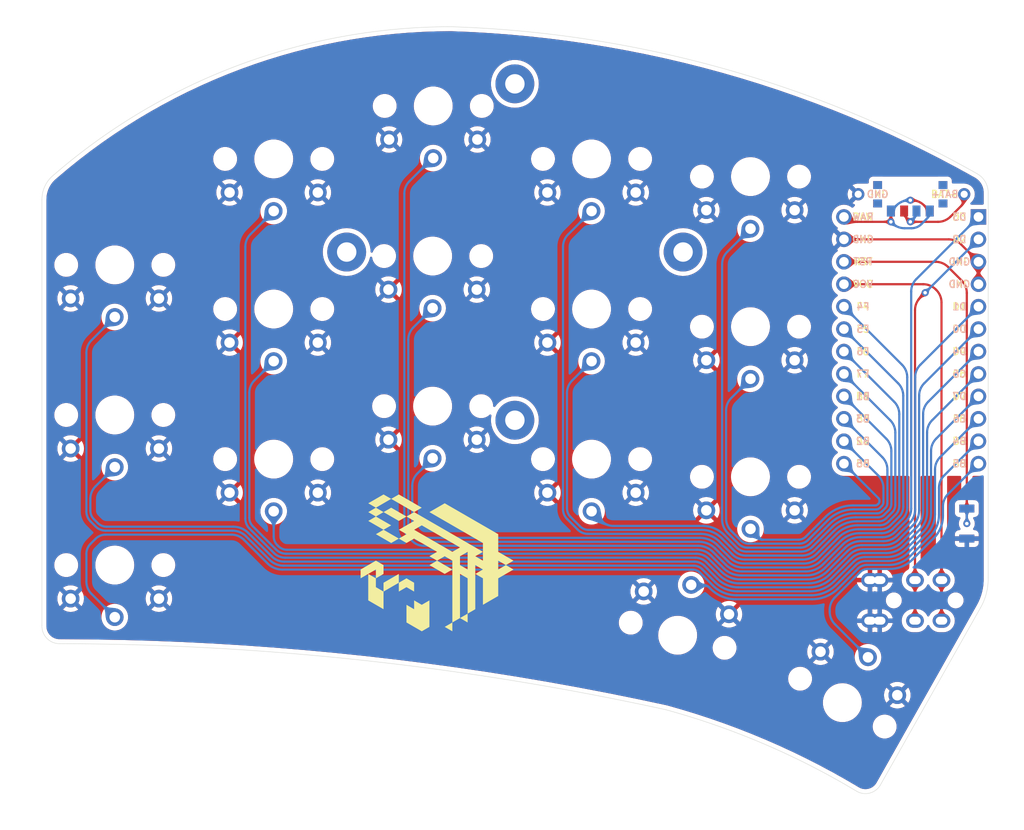
<source format=kicad_pcb>
(kicad_pcb (version 20211014) (generator pcbnew)
  (title_block (title "Clean Sweep") (date "2022-03-21") (rev "1.0") (company "lilylabs"))
  (layers (0 "F.Cu" signal) (31 "B.Cu" signal) (36 "B.SilkS" user "B.Silkscreen") (37 "F.SilkS" user "F.Silkscreen") (38 "B.Mask" user) (39 "F.Mask" user) (44 "Edge.Cuts" user))
  (net 0 "")
  (net 1 "bat+")
  (net 2 "gnd")
  (net 3 "sw18")
  (net 4 "vcc")
  (net 5 "unconnected-(PWRSW1-Pad1)")
  (net 6 "raw")
  (net 7 "rst")
  (net 8 "sw1")
  (net 9 "sw2")
  (net 10 "sw3")
  (net 11 "sw4")
  (net 12 "sw5")
  (net 13 "sw6")
  (net 14 "sw7")
  (net 15 "sw8")
  (net 16 "sw9")
  (net 17 "sw10")
  (net 18 "sw11")
  (net 19 "sw12")
  (net 20 "sw13")
  (net 21 "sw14")
  (net 22 "sw15")
  (net 23 "sw16")
  (net 24 "sw17")
  (footprint "clean-sweep:Kailh-PG1350-1u-reversible" (layer "F.Cu") (at 47 51)
    (fp_text reference "SW7" hide)
    (fp_text value "SW_Push" hide)
  )
  (footprint "clean-sweep:Kailh-PG1350-1u-reversible" (layer "F.Cu") (at 29 46)
    (fp_text reference "SW1" hide)
    (fp_text value "SW_Push" hide)
  )
  (footprint "clean-sweep:Kailh-PG1350-1u-reversible" (layer "F.Cu") (at 65.0675 28)
    (fp_text reference "SW3" hide)
    (fp_text value "SW_Push" hide)
  )
  (footprint "clean-sweep:TentingPuck" (layer "F.Cu") (at 74.314897 44.545229)
    (fp_text reference "TP1" hide)
    (fp_text value "Tenting Puck" hide)
  )
  (footprint "clean-sweep:Kailh-PG1350-1u-reversible" (layer "F.Cu") (at 83 51)
    (fp_text reference "SW9" hide)
    (fp_text value "SW_Push" hide)
  )
  (footprint "clean-sweep:Kailh-PG1350-1u-reversible" (layer "F.Cu") (at 92.750745 87.947188 165)
    (fp_text reference "SW16" hide)
    (fp_text value "SW_Push" hide)
  )
  (footprint "clean-sweep:Kailh-PG1350-1u-reversible" (layer "F.Cu") (at 47 68)
    (fp_text reference "SW12" hide)
    (fp_text value "SW_Push" hide)
  )
  (footprint "clean-sweep:Kailh-PG1350-1u-reversible" (layer "F.Cu") (at 83 34)
    (fp_text reference "SW4" hide)
    (fp_text value "SW_Push" hide)
  )
  (footprint "clean-sweep:Kailh-PG1350-1u-reversible" (layer "F.Cu") (at 29 80)
    (fp_text reference "SW11" hide)
    (fp_text value "SW_Push" hide)
  )
  (footprint "clean-sweep:Kailh-PG1350-1u-reversible" (layer "F.Cu") (at 111.405871 95.580387 150.5)
    (fp_text reference "SW17" hide)
    (fp_text value "SW_Push" hide)
  )
  (footprint "clean-sweep:Kailh-PG1350-1u-reversible" (layer "F.Cu") (at 29 63)
    (fp_text reference "SW6" hide)
    (fp_text value "SW_Push" hide)
  )
  (footprint "clean-sweep:SW_SPST_B3U-1000P-reversible" (layer "F.Cu") (at 125.5 75.3 90)
    (fp_text reference "RSW1" hide)
    (fp_text value "SW_Push" hide)
  )
  (footprint "clean-sweep:Kailh-PG1350-1u-reversible" (layer "F.Cu") (at 65 62)
    (fp_text reference "SW13" hide)
    (fp_text value "SW_Push" hide)
  )
  (footprint "clean-sweep:Kailh-PG1350-1u-reversible" (layer "F.Cu") (at 83 68)
    (fp_text reference "SW14" hide)
    (fp_text value "SW_Push" hide)
  )
  (footprint "clean-sweep:Kailh-PG1350-1u-reversible" (layer "F.Cu") (at 65 45)
    (fp_text reference "SW8" hide)
    (fp_text value "SW_Push" hide)
  )
  (footprint "clean-sweep:Kailh-PG1350-1u-reversible" (layer "F.Cu") (at 101 36)
    (fp_text reference "SW5" hide)
    (fp_text value "SW_Push" hide)
  )
  (footprint "clean-sweep:Kailh-PG1350-1u-reversible" (layer "F.Cu") (at 101 53)
    (fp_text reference "SW10" hide)
    (fp_text value "SW_Push" hide)
  )
  (footprint "clean-sweep:Bee" (layer "F.Cu") (at 65.5 80.5)
    (fp_text reference "Bee" hide)
    (fp_text value "G*****" hide)
  )
  (footprint "clean-sweep:Kailh-PG1350-1u-reversible" (layer "F.Cu") (at 47 34)
    (fp_text reference "SW2" hide)
    (fp_text value "SW_Push" hide)
  )
  (footprint "clean-sweep:TRRS-PJ-320A-reversible" (layer "F.Cu") (at 125.8325 84 -90)
    (fp_text reference "J1" hide)
    (fp_text value "TRRS" hide)
  )
  (footprint "clean-sweep:Kailh-PG1350-1u-reversible" (layer "F.Cu") (at 101 70)
    (fp_text reference "SW15" hide)
    (fp_text value "SW_Push" hide)
  )
  (footprint "clean-sweep:ProMicro" (layer "B.Cu") (at 119.2 52 180)
    (fp_text reference "U1" hide)
    (fp_text value "ProMicro" hide)
  )
  (footprint "clean-sweep:SW_SPDT_MSK-12C02-reversible" (layer "B.Cu") (at 119.1 38 180)
    (fp_text reference "PWRSW1" hide)
    (fp_text value "SW_SPDT" hide)
  )
  (footprint "clean-sweep:VIA-1.4mm" (layer "B.Cu") (at 119.181839 50.610244 180)
    (fp_text reference "BATGND1" hide)
    (fp_text value "MountingHole_Pad" hide)
  )
  (footprint "clean-sweep:VIA-1.4mm" (layer "B.Cu") (at 119.181839 50.610244 180)
    (fp_text reference "BAT+1" hide)
    (fp_text value "MountingHole_Pad" hide)
  )
  (gr_arc (start 91.414546 96.382519) (mid 102.534917 100.25948) (end 113.022946 105.616226) (layer "Edge.Cuts") (width 0.05))
  (gr_arc (start 127.917412 81.376746) (mid 127.726539 83.152886) (end 127.064092 84.811883) (layer "Edge.Cuts") (width 0.05))
  (gr_arc (start 22.773412 88.901692) (mid 21.306273 88.292852) (end 20.749412 86.805206) (layer "Edge.Cuts") (width 0.05))
  (gr_arc (start 67.095801 19.026712) (mid 97.901446 23.752482) (end 126.691021 35.689022) (layer "Edge.Cuts") (width 0.05))
  (gr_line (start 127.917412 81.376746) (end 127.917412 37.898912) (layer "Edge.Cuts") (width 0.05))
  (gr_arc (start 22.773412 88.901692) (mid 57.293854 90.808128) (end 91.414546 96.382519) (layer "Edge.Cuts") (width 0.05))
  (gr_arc (start 20.749412 38.610478) (mid 21.107531 37.037534) (end 22.122412 35.783573) (layer "Edge.Cuts") (width 0.05))
  (gr_arc (start 22.122412 35.783573) (mid 43.098936 23.352028) (end 67.095801 19.026712) (layer "Edge.Cuts") (width 0.05))
  (gr_arc (start 126.691021 35.689022) (mid 127.611188 36.623611) (end 127.917412 37.898912) (layer "Edge.Cuts") (width 0.05))
  (gr_arc (start 115.675412 104.969838) (mid 114.479723 105.82872) (end 113.022946 105.616226) (layer "Edge.Cuts") (width 0.05))
  (gr_line (start 20.749412 86.805206) (end 20.749412 38.610478) (layer "Edge.Cuts") (width 0.05))
  (gr_line (start 115.675412 104.969838) (end 127.064092 84.811883) (layer "Edge.Cuts") (width 0.05))
  (gr_text "GND" (at 115.4 38) (layer "B.SilkS") (effects (font (size 0.8 0.8)) (justify mirror)))
  (gr_text "BAT+" (at 123 38) (layer "B.SilkS") (effects (font (size 0.8 0.8)) (justify mirror)))
  (gr_text "GND" (at 115.4 38) (layer "F.SilkS") (effects (font (size 0.8 0.8))))
  (gr_text "BAT+" (at 123 38) (layer "F.SilkS") (effects (font (size 0.8 0.8))))
  (segment (start 123.649113 40.538715) (end 124.848528 39.3393) (width 0.25) (layer "F.Cu") (net 1))
  (segment (start 125.2 38.490772) (end 125.2 38) (width 0.25) (layer "F.Cu") (net 1))
  (segment (start 119.1 41.124502) (end 122.234899 41.124502) (width 0.25) (layer "F.Cu") (net 1))
  (segment (start 118.751472 40.775974) (end 119.1 41.124502) (width 0.25) (layer "F.Cu") (net 1))
  (segment (start 118.4 39.9) (end 118.4 39.927446) (width 0.25) (layer "F.Cu") (net 1))
  (via (at 119.1 41.124502) (size 0.8) (drill 0.4) (layers "F.Cu" "B.Cu") (net 1))
  (arc (start 125.2 38.490772) (mid 125.108655 38.949992) (end 124.848528 39.3393) (width 0.25) (layer "F.Cu") (net 1))
  (arc (start 122.234899 41.124502) (mid 123.000266 40.972261) (end 123.649113 40.538715) (width 0.25) (layer "F.Cu") (net 1))
  (arc (start 118.751472 40.775974) (mid 118.491345 40.386666) (end 118.4 39.927446) (width 0.25) (layer "F.Cu") (net 1))
  (segment (start 119.8 39.9) (end 119.8 39.927446) (width 0.25) (layer "B.Cu") (net 1))
  (segment (start 119.448528 40.775974) (end 119.1 41.124502) (width 0.25) (layer "B.Cu") (net 1))
  (arc (start 119.8 39.927446) (mid 119.708655 40.386666) (end 119.448528 40.775974) (width 0.25) (layer "B.Cu") (net 1))
  (segment (start 111.58 43.11) (end 123.451573 43.11) (width 0.25) (layer "F.Cu") (net 2))
  (segment (start 126.82 48.19) (end 126.82 45.65) (width 0.25) (layer "F.Cu") (net 2))
  (segment (start 124.865787 43.695787) (end 126.82 45.65) (width 0.25) (layer "F.Cu") (net 2))
  (arc (start 123.451573 43.11) (mid 124.21694 43.262241) (end 124.865787 43.695787) (width 0.25) (layer "F.Cu") (net 2))
  (segment (start 119.6325 51.127875) (end 119.6325 81.7) (width 0.25) (layer "F.Cu") (net 3))
  (segment (start 120.779678 49.15227) (end 120.218286 49.713662) (width 0.25) (layer "F.Cu") (net 3))
  (segment (start 119.6325 86.3) (end 119.6325 81.7) (width 0.25) (layer "F.Cu") (net 3))
  (via (at 120.779678 49.15227) (size 0.8) (drill 0.4) (layers "F.Cu" "B.Cu") (net 3))
  (arc (start 120.218286 49.713662) (mid 119.784741 50.362508) (end 119.6325 51.127875) (width 0.25) (layer "F.Cu") (net 3))
  (segment (start 126.82 43.11) (end 120.779678 49.150322) (width 0.25) (layer "B.Cu") (net 3))
  (segment (start 120.779678 49.150322) (end 120.779678 49.15227) (width 0.25) (layer "B.Cu") (net 3))
  (segment (start 122.046713 48.84743) (end 121.975069 48.775786) (width 0.25) (layer "F.Cu") (net 4))
  (segment (start 120.560856 48.19) (end 111.58 48.19) (width 0.25) (layer "F.Cu") (net 4))
  (segment (start 122.6325 81.7) (end 122.6325 50.261644) (width 0.25) (layer "F.Cu") (net 4))
  (segment (start 122.6325 86.3) (end 122.6325 81.7) (width 0.25) (layer "F.Cu") (net 4))
  (arc (start 122.046713 48.84743) (mid 122.480259 49.496277) (end 122.6325 50.261644) (width 0.25) (layer "F.Cu") (net 4))
  (arc (start 121.975069 48.775786) (mid 121.326223 48.342241) (end 120.560856 48.19) (width 0.25) (layer "F.Cu") (net 4))
  (segment (start 120.661285 39.261285) (end 121.3 39.9) (width 0.25) (layer "F.Cu") (net 5))
  (segment (start 119.1 38.675498) (end 119.247071 38.675498) (width 0.25) (layer "F.Cu") (net 5))
  (via (at 119.1 38.675498) (size 0.8) (drill 0.4) (layers "F.Cu" "B.Cu") (net 5))
  (arc (start 120.661285 39.261285) (mid 120.012438 38.827739) (end 119.247071 38.675498) (width 0.25) (layer "F.Cu") (net 5))
  (segment (start 117.538715 39.261285) (end 116.9 39.9) (width 0.25) (layer "B.Cu") (net 5))
  (segment (start 119.1 38.675498) (end 118.952929 38.675498) (width 0.25) (layer "B.Cu") (net 5))
  (arc (start 117.538715 39.261285) (mid 118.187562 38.827739) (end 118.952929 38.675498) (width 0.25) (layer "B.Cu") (net 5))
  (segment (start 116.9 39.9) (end 116.9 41.124502) (width 0.25) (layer "F.Cu") (net 6))
  (segment (start 116.9 41.124502) (end 112.631558 41.124502) (width 0.25) (layer "F.Cu") (net 6))
  (segment (start 111.78303 40.77303) (end 111.58 40.57) (width 0.25) (layer "F.Cu") (net 6))
  (via (at 116.9 41.124502) (size 0.8) (drill 0.4) (layers "F.Cu" "B.Cu") (net 6))
  (arc (start 111.78303 40.77303) (mid 112.172338 41.033157) (end 112.631558 41.124502) (width 0.25) (layer "F.Cu") (net 6))
  (segment (start 117.038724 41.263226) (end 116.9 41.124502) (width 0.25) (layer "B.Cu") (net 6))
  (segment (start 121.3 39.9) (end 121.3 39.943328) (width 0.25) (layer "B.Cu") (net 6))
  (segment (start 119.228629 41.849013) (end 118.452938 41.849013) (width 0.25) (layer "B.Cu") (net 6))
  (segment (start 120.948528 40.791856) (end 120.36 41.380384) (width 0.25) (layer "B.Cu") (net 6))
  (arc (start 120.948528 40.791856) (mid 121.208655 40.402548) (end 121.3 39.943328) (width 0.25) (layer "B.Cu") (net 6))
  (arc (start 118.452938 41.849013) (mid 117.687571 41.696772) (end 117.038724 41.263226) (width 0.25) (layer "B.Cu") (net 6))
  (arc (start 120.36 41.380384) (mid 119.840923 41.72722) (end 119.228629 41.849013) (width 0.25) (layer "B.Cu") (net 6))
  (segment (start 121.962164 45.65) (end 111.58 45.65) (width 0.25) (layer "F.Cu") (net 7))
  (segment (start 125.5 73.6) (end 125.5 75.3) (width 0.25) (layer "F.Cu") (net 7))
  (segment (start 125.5 73.6) (end 125.5 49.187836) (width 0.25) (layer "F.Cu") (net 7))
  (segment (start 124.914213 47.773622) (end 123.376377 46.235786) (width 0.25) (layer "F.Cu") (net 7))
  (via (at 125.5 75.3) (size 0.8) (drill 0.4) (layers "F.Cu" "B.Cu") (net 7))
  (arc (start 125.5 49.187836) (mid 125.347759 48.422469) (end 124.914213 47.773622) (width 0.25) (layer "F.Cu") (net 7))
  (arc (start 121.962164 45.65) (mid 122.727531 45.802241) (end 123.376377 46.235786) (width 0.25) (layer "F.Cu") (net 7))
  (segment (start 125.5 73.6) (end 125.5 75.3) (width 0.25) (layer "B.Cu") (net 7))
  (segment (start 46.542363 79.417951) (end 43.871234 76.746822) (width 0.25) (layer "B.Cu") (net 8))
  (segment (start 112.690488 79.615467) (end 110.449266 81.856689) (width 0.25) (layer "B.Cu") (net 8))
  (segment (start 107.76226 82.969683) (end 99.522921 82.969683) (width 0.25) (layer "B.Cu") (net 8))
  (segment (start 120.56892 76.232083) (end 118.591423 78.20958) (width 0.25) (layer "B.Cu") (net 8))
  (segment (start 96.977336 81.915267) (end 95.534435 80.472366) (width 0.25) (layer "B.Cu") (net 8))
  (segment (start 42.315599 76.102457) (end 27.962408 76.102457) (width 0.25) (layer "B.Cu") (net 8))
  (segment (start 26.831037 75.633827) (end 26.25354 75.05633) (width 0.25) (layer "B.Cu") (net 8))
  (segment (start 25.784911 73.92496) (end 25.784911 55.943516) (width 0.25) (layer "B.Cu") (net 8))
  (segment (start 116.470103 79.088259) (end 113.96328 79.088259) (width 0.25) (layer "B.Cu") (net 8))
  (segment (start 94.544486 80.062316) (end 48.097998 80.062316) (width 0.25) (layer "B.Cu") (net 8))
  (segment (start 121.4476 67.090827) (end 121.4476 74.110762) (width 0.25) (layer "B.Cu") (net 8))
  (segment (start 26.370698 54.529302) (end 29 51.9) (width 0.25) (layer "B.Cu") (net 8))
  (segment (start 126.82 60.89) (end 122.033386 65.676614) (width 0.25) (layer "B.Cu") (net 8))
  (arc (start 25.784911 73.92496) (mid 25.906704 74.537253) (end 26.25354 75.05633) (width 0.25) (layer "B.Cu") (net 8))
  (arc (start 112.690488 79.615467) (mid 113.27445 79.225276) (end 113.96328 79.088259) (width 0.25) (layer "B.Cu") (net 8))
  (arc (start 26.370698 54.529302) (mid 25.937152 55.178149) (end 25.784911 55.943516) (width 0.25) (layer "B.Cu") (net 8))
  (arc (start 94.544486 80.062316) (mid 95.080242 80.168885) (end 95.534435 80.472366) (width 0.25) (layer "B.Cu") (net 8))
  (arc (start 110.449266 81.856689) (mid 109.216457 82.680426) (end 107.76226 82.969683) (width 0.25) (layer "B.Cu") (net 8))
  (arc (start 27.962408 76.102457) (mid 27.350114 75.980664) (end 26.831037 75.633827) (width 0.25) (layer "B.Cu") (net 8))
  (arc (start 46.542363 79.417951) (mid 47.256094 79.894851) (end 48.097998 80.062316) (width 0.25) (layer "B.Cu") (net 8))
  (arc (start 118.591423 78.20958) (mid 117.618153 78.859898) (end 116.470103 79.088259) (width 0.25) (layer "B.Cu") (net 8))
  (arc (start 121.4476 67.090827) (mid 121.599841 66.32546) (end 122.033386 65.676614) (width 0.25) (layer "B.Cu") (net 8))
  (arc (start 43.871234 76.746822) (mid 43.157503 76.269922) (end 42.315599 76.102457) (width 0.25) (layer "B.Cu") (net 8))
  (arc (start 120.56892 76.232083) (mid 121.219239 75.258813) (end 121.4476 74.110762) (width 0.25) (layer "B.Cu") (net 8))
  (arc (start 99.522921 82.969683) (mid 98.14526 82.695649) (end 96.977336 81.915267) (width 0.25) (layer "B.Cu") (net 8))
  (segment (start 116.263393 78.189219) (end 113.75657 78.189219) (width 0.25) (layer "B.Cu") (net 9))
  (segment (start 47.031917 78.636068) (end 44.253108 75.857259) (width 0.25) (layer "B.Cu") (net 9))
  (segment (start 112.200935 78.833584) (end 109.959712 81.074807) (width 0.25) (layer "B.Cu") (net 9))
  (segment (start 120.54856 62.909867) (end 120.54856 73.904052) (width 0.25) (layer "B.Cu") (net 9))
  (segment (start 119.787037 75.74253) (end 118.10187 77.427697) (width 0.25) (layer "B.Cu") (net 9))
  (segment (start 126.82 55.81) (end 121.134346 61.495654) (width 0.25) (layer "B.Cu") (net 9))
  (segment (start 107.555549 82.070643) (end 99.729631 82.070643) (width 0.25) (layer "B.Cu") (net 9))
  (segment (start 44.370266 42.529734) (end 47 39.9) (width 0.25) (layer "B.Cu") (net 9))
  (segment (start 43.784479 74.725888) (end 43.784479 43.943948) (width 0.25) (layer "B.Cu") (net 9))
  (segment (start 97.466889 81.133384) (end 96.023989 79.690484) (width 0.25) (layer "B.Cu") (net 9))
  (segment (start 94.751197 79.163276) (end 48.304709 79.163276) (width 0.25) (layer "B.Cu") (net 9))
  (arc (start 44.370266 42.529734) (mid 43.93672 43.178581) (end 43.784479 43.943948) (width 0.25) (layer "B.Cu") (net 9))
  (arc (start 47.031917 78.636068) (mid 47.615879 79.026259) (end 48.304709 79.163276) (width 0.25) (layer "B.Cu") (net 9))
  (arc (start 109.959712 81.074807) (mid 108.856673 81.811834) (end 107.555549 82.070643) (width 0.25) (layer "B.Cu") (net 9))
  (arc (start 112.200935 78.833584) (mid 112.914666 78.356684) (end 113.75657 78.189219) (width 0.25) (layer "B.Cu") (net 9))
  (arc (start 94.751197 79.163276) (mid 95.440027 79.300293) (end 96.023989 79.690484) (width 0.25) (layer "B.Cu") (net 9))
  (arc (start 120.54856 73.904052) (mid 120.350647 74.899029) (end 119.787037 75.74253) (width 0.25) (layer "B.Cu") (net 9))
  (arc (start 116.263393 78.189219) (mid 117.25837 77.991306) (end 118.10187 77.427697) (width 0.25) (layer "B.Cu") (net 9))
  (arc (start 120.54856 62.909867) (mid 120.700801 62.1445) (end 121.134346 61.495654) (width 0.25) (layer "B.Cu") (net 9))
  (arc (start 44.253108 75.857259) (mid 43.906272 75.338182) (end 43.784479 74.725888) (width 0.25) (layer "B.Cu") (net 9))
  (arc (start 97.466889 81.133384) (mid 98.505044 81.827057) (end 99.729631 82.070643) (width 0.25) (layer "B.Cu") (net 9))
  (segment (start 62.379142 36.520858) (end 65 33.9) (width 0.25) (layer "B.Cu") (net 10))
  (segment (start 95.061262 77.814716) (end 63.977468 77.814716) (width 0.25) (layer "B.Cu") (net 10))
  (segment (start 118.614213 75.0082) (end 117.36754 76.254873) (width 0.25) (layer "B.Cu") (net 10))
  (segment (start 98.201219 79.96056) (end 96.758318 78.517659) (width 0.25) (layer "B.Cu") (net 10))
  (segment (start 115.953327 76.840659) (end 113.446504 76.840659) (width 0.25) (layer "B.Cu") (net 10))
  (segment (start 61.793355 75.630603) (end 61.793355 37.935072) (width 0.25) (layer "B.Cu") (net 10))
  (segment (start 111.466605 77.66076) (end 109.225382 79.901982) (width 0.25) (layer "B.Cu") (net 10))
  (segment (start 107.245483 80.722083) (end 100.039697 80.722083) (width 0.25) (layer "B.Cu") (net 10))
  (segment (start 62.704676 77.287508) (end 62.320563 76.903395) (width 0.25) (layer "B.Cu") (net 10))
  (segment (start 126.82 40.57) (end 119.785786 47.604214) (width 0.25) (layer "B.Cu") (net 10))
  (segment (start 119.2 49.018427) (end 119.2 73.593986) (width 0.25) (layer "B.Cu") (net 10))
  (arc (start 95.061262 77.814716) (mid 95.979702 77.997405) (end 96.758318 78.517659) (width 0.25) (layer "B.Cu") (net 10))
  (arc (start 113.446504 76.840659) (mid 112.37499 77.053796) (end 111.466605 77.66076) (width 0.25) (layer "B.Cu") (net 10))
  (arc (start 119.2 49.018427) (mid 119.352241 48.25306) (end 119.785786 47.604214) (width 0.25) (layer "B.Cu") (net 10))
  (arc (start 98.201219 79.96056) (mid 99.04472 80.524169) (end 100.039697 80.722083) (width 0.25) (layer "B.Cu") (net 10))
  (arc (start 119.2 73.593986) (mid 119.047759 74.359353) (end 118.614213 75.0082) (width 0.25) (layer "B.Cu") (net 10))
  (arc (start 63.977468 77.814716) (mid 63.288638 77.677699) (end 62.704676 77.287508) (width 0.25) (layer "B.Cu") (net 10))
  (arc (start 62.379142 36.520858) (mid 61.945596 37.169705) (end 61.793355 37.935072) (width 0.25) (layer "B.Cu") (net 10))
  (arc (start 107.245483 80.722083) (mid 108.316997 80.508946) (end 109.225382 79.901982) (width 0.25) (layer "B.Cu") (net 10))
  (arc (start 115.953327 76.840659) (mid 116.718694 76.688418) (end 117.36754 76.254873) (width 0.25) (layer "B.Cu") (net 10))
  (arc (start 61.793355 75.630603) (mid 61.930372 76.319433) (end 62.320563 76.903395) (width 0.25) (layer "B.Cu") (net 10))
  (segment (start 106.935417 79.373523) (end 100.349763 79.373523) (width 0.25) (layer "B.Cu") (net 11))
  (segment (start 110.732275 76.487935) (end 108.491052 78.729158) (width 0.25) (layer "B.Cu") (net 11))
  (segment (start 111.58 55.81) (end 117.265654 61.495654) (width 0.25) (layer "B.Cu") (net 11))
  (segment (start 117.441389 74.27387) (end 116.63321 75.082049) (width 0.25) (layer "B.Cu") (net 11))
  (segment (start 115.643261 75.492099) (end 113.136438 75.492099) (width 0.25) (layer "B.Cu") (net 11))
  (segment (start 117.85144 62.909867) (end 117.85144 73.28392) (width 0.25) (layer "B.Cu") (net 11))
  (segment (start 80.350275 42.549725) (end 83 39.9) (width 0.25) (layer "B.Cu") (net 11))
  (segment (start 98.935549 78.787736) (end 97.492648 77.344835) (width 0.25) (layer "B.Cu") (net 11))
  (segment (start 79.764488 73.658211) (end 79.764488 43.963939) (width 0.25) (layer "B.Cu") (net 11))
  (segment (start 95.371328 76.466156) (end 82.572433 76.466156) (width 0.25) (layer "B.Cu") (net 11))
  (segment (start 81.441062 75.997527) (end 80.233117 74.789582) (width 0.25) (layer "B.Cu") (net 11))
  (arc (start 110.732275 76.487935) (mid 111.835314 75.750908) (end 113.136438 75.492099) (width 0.25) (layer "B.Cu") (net 11))
  (arc (start 117.85144 73.28392) (mid 117.744871 73.819677) (end 117.441389 74.27387) (width 0.25) (layer "B.Cu") (net 11))
  (arc (start 98.935549 78.787736) (mid 99.584396 79.221282) (end 100.349763 79.373523) (width 0.25) (layer "B.Cu") (net 11))
  (arc (start 116.63321 75.082049) (mid 116.179017 75.38553) (end 115.643261 75.492099) (width 0.25) (layer "B.Cu") (net 11))
  (arc (start 106.935417 79.373523) (mid 107.777321 79.206058) (end 108.491052 78.729158) (width 0.25) (layer "B.Cu") (net 11))
  (arc (start 79.764488 73.658211) (mid 79.886281 74.270504) (end 80.233117 74.789582) (width 0.25) (layer "B.Cu") (net 11))
  (arc (start 117.85144 62.909867) (mid 117.699199 62.1445) (end 117.265654 61.495654) (width 0.25) (layer "B.Cu") (net 11))
  (arc (start 97.492648 77.344835) (mid 96.519378 76.694517) (end 95.371328 76.466156) (width 0.25) (layer "B.Cu") (net 11))
  (arc (start 80.350275 42.549725) (mid 79.916729 43.198572) (end 79.764488 43.963939) (width 0.25) (layer "B.Cu") (net 11))
  (arc (start 82.572433 76.466156) (mid 81.96014 76.344363) (end 81.441062 75.997527) (width 0.25) (layer "B.Cu") (net 11))
  (segment (start 97.783184 74.816947) (end 97.783184 45.945243) (width 0.25) (layer "B.Cu") (net 12))
  (segment (start 98.368971 44.531029) (end 101 41.9) (width 0.25) (layer "B.Cu") (net 12))
  (segment (start 116.50288 69.181307) (end 116.50288 72.973854) (width 0.25) (layer "B.Cu") (net 12))
  (segment (start 115.333195 74.143539) (end 112.826372 74.143539) (width 0.25) (layer "B.Cu") (net 12))
  (segment (start 106.625351 78.024963) (end 100.659829 78.024963) (width 0.25) (layer "B.Cu") (net 12))
  (segment (start 109.997945 75.315111) (end 107.756722 77.556334) (width 0.25) (layer "B.Cu") (net 12))
  (segment (start 111.58 63.43) (end 115.917094 67.767094) (width 0.25) (layer "B.Cu") (net 12))
  (segment (start 116.268565 73.53954) (end 115.89888 73.909225) (width 0.25) (layer "B.Cu") (net 12))
  (segment (start 99.669879 77.614912) (end 98.427549 76.372582) (width 0.25) (layer "B.Cu") (net 12))
  (arc (start 97.783184 74.816947) (mid 97.950649 75.658851) (end 98.427549 76.372582) (width 0.25) (layer "B.Cu") (net 12))
  (arc (start 112.826372 74.143539) (mid 111.295639 74.448021) (end 109.997945 75.315111) (width 0.25) (layer "B.Cu") (net 12))
  (arc (start 97.783184 45.945243) (mid 97.935425 45.179876) (end 98.368971 44.531029) (width 0.25) (layer "B.Cu") (net 12))
  (arc (start 106.625351 78.024963) (mid 107.237644 77.90317) (end 107.756722 77.556334) (width 0.25) (layer "B.Cu") (net 12))
  (arc (start 115.333195 74.143539) (mid 115.639341 74.082643) (end 115.89888 73.909225) (width 0.25) (layer "B.Cu") (net 12))
  (arc (start 116.50288 69.181307) (mid 116.350639 68.41594) (end 115.917094 67.767094) (width 0.25) (layer "B.Cu") (net 12))
  (arc (start 100.659829 78.024963) (mid 100.124072 77.918394) (end 99.669879 77.614912) (width 0.25) (layer "B.Cu") (net 12))
  (arc (start 116.268565 73.53954) (mid 116.441984 73.280001) (end 116.50288 72.973854) (width 0.25) (layer "B.Cu") (net 12))
  (segment (start 126.82 58.35) (end 121.583866 63.586134) (width 0.25) (layer "B.Cu") (net 13))
  (segment (start 26.820218 71.079782) (end 29 68.9) (width 0.25) (layer "B.Cu") (net 13))
  (segment (start 120.99808 65.000347) (end 120.99808 74.007407) (width 0.25) (layer "B.Cu") (net 13))
  (segment (start 94.647841 79.612796) (end 48.201352 79.612796) (width 0.25) (layer "B.Cu") (net 13))
  (segment (start 120.177979 75.987306) (end 118.346647 77.818638) (width 0.25) (layer "B.Cu") (net 13))
  (segment (start 42.418953 75.652937) (end 28.065763 75.652937) (width 0.25) (layer "B.Cu") (net 13))
  (segment (start 27.075813 75.242886) (end 26.644481 74.811554) (width 0.25) (layer "B.Cu") (net 13))
  (segment (start 26.234431 73.821605) (end 26.234431 72.493996) (width 0.25) (layer "B.Cu") (net 13))
  (segment (start 46.787138 79.027009) (end 44.116009 76.35588) (width 0.25) (layer "B.Cu") (net 13))
  (segment (start 107.658904 82.520163) (end 99.626276 82.520163) (width 0.25) (layer "B.Cu") (net 13))
  (segment (start 97.222113 81.524326) (end 95.779212 80.081425) (width 0.25) (layer "B.Cu") (net 13))
  (segment (start 112.445712 79.224525) (end 110.204488 81.465748) (width 0.25) (layer "B.Cu") (net 13))
  (segment (start 116.366748 78.638739) (end 113.859925 78.638739) (width 0.25) (layer "B.Cu") (net 13))
  (arc (start 26.234431 72.493996) (mid 26.386672 71.728629) (end 26.820218 71.079782) (width 0.25) (layer "B.Cu") (net 13))
  (arc (start 46.787138 79.027009) (mid 47.435985 79.460555) (end 48.201352 79.612796) (width 0.25) (layer "B.Cu") (net 13))
  (arc (start 44.116009 76.35588) (mid 43.337393 75.835626) (end 42.418953 75.652937) (width 0.25) (layer "B.Cu") (net 13))
  (arc (start 118.346647 77.818638) (mid 117.438262 78.425602) (end 116.366748 78.638739) (width 0.25) (layer "B.Cu") (net 13))
  (arc (start 99.626276 82.520163) (mid 98.325152 82.261353) (end 97.222113 81.524326) (width 0.25) (layer "B.Cu") (net 13))
  (arc (start 112.445712 79.224525) (mid 113.094558 78.79098) (end 113.859925 78.638739) (width 0.25) (layer "B.Cu") (net 13))
  (arc (start 120.99808 74.007407) (mid 120.784943 75.078921) (end 120.177979 75.987306) (width 0.25) (layer "B.Cu") (net 13))
  (arc (start 26.644481 74.811554) (mid 26.341 74.357361) (end 26.234431 73.821605) (width 0.25) (layer "B.Cu") (net 13))
  (arc (start 107.658904 82.520163) (mid 109.036564 82.246129) (end 110.204488 81.465748) (width 0.25) (layer "B.Cu") (net 13))
  (arc (start 27.075813 75.242886) (mid 27.530006 75.546368) (end 28.065763 75.652937) (width 0.25) (layer "B.Cu") (net 13))
  (arc (start 95.779212 80.081425) (mid 95.260135 79.734589) (end 94.647841 79.612796) (width 0.25) (layer "B.Cu") (net 13))
  (arc (start 120.99808 65.000347) (mid 121.150321 64.23498) (end 121.583866 63.586134) (width 0.25) (layer "B.Cu") (net 13))
  (segment (start 119.396096 75.497753) (end 117.857093 77.036756) (width 0.25) (layer "B.Cu") (net 14))
  (segment (start 44.819786 59.080214) (end 47 56.9) (width 0.25) (layer "B.Cu") (net 14))
  (segment (start 97.711666 80.742443) (end 96.268765 79.299542) (width 0.25) (layer "B.Cu") (net 14))
  (segment (start 94.854552 78.713756) (end 48.408065 78.713756) (width 0.25) (layer "B.Cu") (net 14))
  (segment (start 44.233999 74.622533) (end 44.233999 60.494428) (width 0.25) (layer "B.Cu") (net 14))
  (segment (start 111.956158 78.442643) (end 109.714936 80.683865) (width 0.25) (layer "B.Cu") (net 14))
  (segment (start 126.82 53.27) (end 120.684826 59.405174) (width 0.25) (layer "B.Cu") (net 14))
  (segment (start 107.452195 81.621123) (end 99.832987 81.621123) (width 0.25) (layer "B.Cu") (net 14))
  (segment (start 47.276694 78.245127) (end 44.644049 75.612482) (width 0.25) (layer "B.Cu") (net 14))
  (segment (start 120.09904 60.819387) (end 120.09904 73.800696) (width 0.25) (layer "B.Cu") (net 14))
  (segment (start 116.160037 77.739699) (end 113.653215 77.739699) (width 0.25) (layer "B.Cu") (net 14))
  (arc (start 94.854552 78.713756) (mid 95.619919 78.865997) (end 96.268765 79.299542) (width 0.25) (layer "B.Cu") (net 14))
  (arc (start 99.832987 81.621123) (mid 98.684936 81.392761) (end 97.711666 80.742443) (width 0.25) (layer "B.Cu") (net 14))
  (arc (start 116.160037 77.739699) (mid 117.078477 77.55701) (end 117.857093 77.036756) (width 0.25) (layer "B.Cu") (net 14))
  (arc (start 44.233999 74.622533) (mid 44.340568 75.158289) (end 44.644049 75.612482) (width 0.25) (layer "B.Cu") (net 14))
  (arc (start 120.684826 59.405174) (mid 120.251281 60.05402) (end 120.09904 60.819387) (width 0.25) (layer "B.Cu") (net 14))
  (arc (start 120.09904 73.800696) (mid 119.916351 74.719137) (end 119.396096 75.497753) (width 0.25) (layer "B.Cu") (net 14))
  (arc (start 107.452195 81.621123) (mid 108.676782 81.377538) (end 109.714936 80.683865) (width 0.25) (layer "B.Cu") (net 14))
  (arc (start 113.653215 77.739699) (mid 112.734774 77.922388) (end 111.956158 78.442643) (width 0.25) (layer "B.Cu") (net 14))
  (arc (start 44.233999 60.494428) (mid 44.38624 59.729061) (end 44.819786 59.080214) (width 0.25) (layer "B.Cu") (net 14))
  (arc (start 48.408065 78.713756) (mid 47.795772 78.591963) (end 47.276694 78.245127) (width 0.25) (layer "B.Cu") (net 14))
  (segment (start 118.223272 74.763423) (end 117.122764 75.863931) (width 0.25) (layer "B.Cu") (net 15))
  (segment (start 111.58 50.73) (end 118.164694 57.314694) (width 0.25) (layer "B.Cu") (net 15))
  (segment (start 111.221828 77.269819) (end 108.980606 79.511041) (width 0.25) (layer "B.Cu") (net 15))
  (segment (start 115.849972 76.391139) (end 113.343149 76.391139) (width 0.25) (layer "B.Cu") (net 15))
  (segment (start 118.75048 58.728907) (end 118.75048 73.490631) (width 0.25) (layer "B.Cu") (net 15))
  (segment (start 98.445996 79.569619) (end 97.003095 78.126718) (width 0.25) (layer "B.Cu") (net 15))
  (segment (start 62.828662 53.071338) (end 65 50.9) (width 0.25) (layer "B.Cu") (net 15))
  (segment (start 62.949453 76.896567) (end 62.711505 76.658619) (width 0.25) (layer "B.Cu") (net 15))
  (segment (start 107.142129 80.272563) (end 100.143053 80.272563) (width 0.25) (layer "B.Cu") (net 15))
  (segment (start 95.164618 77.365196) (end 64.080823 77.365196) (width 0.25) (layer "B.Cu") (net 15))
  (segment (start 62.242875 75.527248) (end 62.242875 54.485552) (width 0.25) (layer "B.Cu") (net 15))
  (arc (start 62.828662 53.071338) (mid 62.395116 53.720185) (end 62.242875 54.485552) (width 0.25) (layer "B.Cu") (net 15))
  (arc (start 113.343149 76.391139) (mid 112.195098 76.619501) (end 111.221828 77.269819) (width 0.25) (layer "B.Cu") (net 15))
  (arc (start 62.949453 76.896567) (mid 63.46853 77.243403) (end 64.080823 77.365196) (width 0.25) (layer "B.Cu") (net 15))
  (arc (start 115.849972 76.391139) (mid 116.538802 76.254122) (end 117.122764 75.863931) (width 0.25) (layer "B.Cu") (net 15))
  (arc (start 100.143053 80.272563) (mid 99.224612 80.089874) (end 98.445996 79.569619) (width 0.25) (layer "B.Cu") (net 15))
  (arc (start 95.164618 77.365196) (mid 96.159595 77.563109) (end 97.003095 78.126718) (width 0.25) (layer "B.Cu") (net 15))
  (arc (start 107.142129 80.272563) (mid 108.137106 80.07465) (end 108.980606 79.511041) (width 0.25) (layer "B.Cu") (net 15))
  (arc (start 118.75048 73.490631) (mid 118.613463 74.179461) (end 118.223272 74.763423) (width 0.25) (layer "B.Cu") (net 15))
  (arc (start 62.711505 76.658619) (mid 62.364668 76.139542) (end 62.242875 75.527248) (width 0.25) (layer "B.Cu") (net 15))
  (arc (start 118.164694 57.314694) (mid 118.598239 57.96354) (end 118.75048 58.728907) (width 0.25) (layer "B.Cu") (net 15))
  (segment (start 81.685838 75.606585) (end 80.624058 74.544805) (width 0.25) (layer "B.Cu") (net 16))
  (segment (start 99.180326 78.396795) (end 97.737425 76.953894) (width 0.25) (layer "B.Cu") (net 16))
  (segment (start 115.539906 75.042579) (end 113.033083 75.042579) (width 0.25) (layer "B.Cu") (net 16))
  (segment (start 117.40192 65.000347) (end 117.40192 73.180565) (width 0.25) (layer "B.Cu") (net 16))
  (segment (start 117.050448 74.029093) (end 116.388434 74.691107) (width 0.25) (layer "B.Cu") (net 16))
  (segment (start 80.799795 59.100205) (end 83 56.9) (width 0.25) (layer "B.Cu") (net 16))
  (segment (start 106.832063 78.924003) (end 100.453118 78.924003) (width 0.25) (layer "B.Cu") (net 16))
  (segment (start 95.474684 76.016636) (end 82.675788 76.016636) (width 0.25) (layer "B.Cu") (net 16))
  (segment (start 111.58 58.35) (end 116.816134 63.586134) (width 0.25) (layer "B.Cu") (net 16))
  (segment (start 80.214008 73.554856) (end 80.214008 60.514419) (width 0.25) (layer "B.Cu") (net 16))
  (segment (start 110.487498 76.096995) (end 108.246276 78.338217) (width 0.25) (layer "B.Cu") (net 16))
  (arc (start 117.40192 65.000347) (mid 117.249679 64.23498) (end 116.816134 63.586134) (width 0.25) (layer "B.Cu") (net 16))
  (arc (start 97.737425 76.953894) (mid 96.699271 76.260222) (end 95.474684 76.016636) (width 0.25) (layer "B.Cu") (net 16))
  (arc (start 80.624058 74.544805) (mid 80.320577 74.090612) (end 80.214008 73.554856) (width 0.25) (layer "B.Cu") (net 16))
  (arc (start 113.033083 75.042579) (mid 111.655422 75.316613) (end 110.487498 76.096995) (width 0.25) (layer "B.Cu") (net 16))
  (arc (start 99.180326 78.396795) (mid 99.764288 78.786986) (end 100.453118 78.924003) (width 0.25) (layer "B.Cu") (net 16))
  (arc (start 106.832063 78.924003) (mid 107.59743 78.771762) (end 108.246276 78.338217) (width 0.25) (layer "B.Cu") (net 16))
  (arc (start 115.539906 75.042579) (mid 115.999126 74.951234) (end 116.388434 74.691107) (width 0.25) (layer "B.Cu") (net 16))
  (arc (start 117.40192 73.180565) (mid 117.310575 73.639785) (end 117.050448 74.029093) (width 0.25) (layer "B.Cu") (net 16))
  (arc (start 80.799795 59.100205) (mid 80.366249 59.749052) (end 80.214008 60.514419) (width 0.25) (layer "B.Cu") (net 16))
  (arc (start 81.685838 75.606585) (mid 82.140031 75.910067) (end 82.675788 76.016636) (width 0.25) (layer "B.Cu") (net 16))
  (segment (start 116.05336 71.271787) (end 116.05336 72.870499) (width 0.25) (layer "B.Cu") (net 17))
  (segment (start 98.818491 61.081509) (end 101 58.9) (width 0.25) (layer "B.Cu") (net 17))
  (segment (start 106.521997 77.575443) (end 100.763184 77.575443) (width 0.25) (layer "B.Cu") (net 17))
  (segment (start 115.22984 73.694019) (end 112.723017 73.694019) (width 0.25) (layer "B.Cu") (net 17))
  (segment (start 111.58 65.97) (end 115.467574 69.857574) (width 0.25) (layer "B.Cu") (net 17))
  (segment (start 99.914656 77.223971) (end 98.81849 76.127805) (width 0.25) (layer "B.Cu") (net 17))
  (segment (start 98.232704 74.713592) (end 98.232704 62.495723) (width 0.25) (layer "B.Cu") (net 17))
  (segment (start 109.753168 74.924171) (end 107.511946 77.165393) (width 0.25) (layer "B.Cu") (net 17))
  (segment (start 115.877624 73.294763) (end 115.654104 73.518283) (width 0.25) (layer "B.Cu") (net 17))
  (arc (start 109.753168 74.924171) (mid 111.115746 74.013725) (end 112.723017 73.694019) (width 0.25) (layer "B.Cu") (net 17))
  (arc (start 115.877624 73.294763) (mid 116.007688 73.100109) (end 116.05336 72.870499) (width 0.25) (layer "B.Cu") (net 17))
  (arc (start 115.467574 69.857574) (mid 115.901119 70.50642) (end 116.05336 71.271787) (width 0.25) (layer "B.Cu") (net 17))
  (arc (start 98.232704 62.495723) (mid 98.384945 61.730356) (end 98.818491 61.081509) (width 0.25) (layer "B.Cu") (net 17))
  (arc (start 98.232704 74.713592) (mid 98.384945 75.478959) (end 98.81849 76.127805) (width 0.25) (layer "B.Cu") (net 17))
  (arc (start 100.763184 77.575443) (mid 100.303964 77.484098) (end 99.914656 77.223971) (width 0.25) (layer "B.Cu") (net 17))
  (arc (start 106.521997 77.575443) (mid 107.057753 77.468874) (end 107.511946 77.165393) (width 0.25) (layer "B.Cu") (net 17))
  (arc (start 115.654104 73.518283) (mid 115.45945 73.648347) (end 115.22984 73.694019) (width 0.25) (layer "B.Cu") (net 17))
  (segment (start 26.829986 77.020606) (end 26.254593 77.595999) (width 0.25) (layer "B.Cu") (net 18))
  (segment (start 116.573459 79.537779) (end 114.066636 79.537779) (width 0.25) (layer "B.Cu") (net 18))
  (segment (start 121.897119 69.181308) (end 121.897119 74.214119) (width 0.25) (layer "B.Cu") (net 18))
  (segment (start 25.785964 78.72737) (end 25.785964 81.857537) (width 0.25) (layer "B.Cu") (net 18))
  (segment (start 26.371751 83.271751) (end 29 85.9) (width 0.25) (layer "B.Cu") (net 18))
  (segment (start 94.441131 80.511836) (end 47.994644 80.511836) (width 0.25) (layer "B.Cu") (net 18))
  (segment (start 126.82 63.43) (end 122.482905 67.767095) (width 0.25) (layer "B.Cu") (net 18))
  (segment (start 42.212245 76.551977) (end 27.961357 76.551977) (width 0.25) (layer "B.Cu") (net 18))
  (segment (start 120.95986 76.476861) (end 118.8362 78.600521) (width 0.25) (layer "B.Cu") (net 18))
  (segment (start 96.73256 82.306209) (end 95.289659 80.863308) (width 0.25) (layer "B.Cu") (net 18))
  (segment (start 46.297587 79.808892) (end 43.626458 77.137763) (width 0.25) (layer "B.Cu") (net 18))
  (segment (start 107.865615 83.419203) (end 99.419566 83.419203) (width 0.25) (layer "B.Cu") (net 18))
  (segment (start 112.935265 80.006408) (end 110.694042 82.247631) (width 0.25) (layer "B.Cu") (net 18))
  (arc (start 25.785964 81.857537) (mid 25.938205 82.622904) (end 26.371751 83.271751) (width 0.25) (layer "B.Cu") (net 18))
  (arc (start 26.254593 77.595999) (mid 25.907757 78.115076) (end 25.785964 78.72737) (width 0.25) (layer "B.Cu") (net 18))
  (arc (start 122.482905 67.767095) (mid 122.04936 68.415941) (end 121.897119 69.181308) (width 0.25) (layer "B.Cu") (net 18))
  (arc (start 94.441131 80.511836) (mid 94.900351 80.603181) (end 95.289659 80.863308) (width 0.25) (layer "B.Cu") (net 18))
  (arc (start 121.897119 74.214119) (mid 121.653533 75.438706) (end 120.95986 76.476861) (width 0.25) (layer "B.Cu") (net 18))
  (arc (start 112.935265 80.006408) (mid 113.454342 79.659572) (end 114.066636 79.537779) (width 0.25) (layer "B.Cu") (net 18))
  (arc (start 46.297587 79.808892) (mid 47.076203 80.329147) (end 47.994644 80.511836) (width 0.25) (layer "B.Cu") (net 18))
  (arc (start 43.626458 77.137763) (mid 42.977612 76.704218) (end 42.212245 76.551977) (width 0.25) (layer "B.Cu") (net 18))
  (arc (start 99.419566 83.419203) (mid 97.965369 83.129945) (end 96.73256 82.306209) (width 0.25) (layer "B.Cu") (net 18))
  (arc (start 107.865615 83.419203) (mid 109.396348 83.114721) (end 110.694042 82.247631) (width 0.25) (layer "B.Cu") (net 18))
  (arc (start 116.573459 79.537779) (mid 117.798046 79.294194) (end 118.8362 78.600521) (width 0.25) (layer "B.Cu") (net 18))
  (arc (start 26.829986 77.020606) (mid 27.349063 76.67377) (end 27.961357 76.551977) (width 0.25) (layer "B.Cu") (net 18))
  (segment (start 126.82 50.73) (end 120.235306 57.314694) (width 0.25) (layer "B.Cu") (net 19))
  (segment (start 111.711382 78.051701) (end 109.470158 80.292924) (width 0.25) (layer "B.Cu") (net 19))
  (segment (start 116.056682 77.290179) (end 113.549859 77.290179) (width 0.25) (layer "B.Cu") (net 19))
  (segment (start 107.348838 81.171603) (end 99.936342 81.171603) (width 0.25) (layer "B.Cu") (net 19))
  (segment (start 47.52147 77.854185) (end 47.41005 77.742765) (width 0.25) (layer "B.Cu") (net 19))
  (segment (start 47 76.752816) (end 47 73.9) (width 0.25) (layer "B.Cu") (net 19))
  (segment (start 97.956443 80.351502) (end 96.513542 78.908601) (width 0.25) (layer "B.Cu") (net 19))
  (segment (start 119.64952 58.728907) (end 119.64952 73.697341) (width 0.25) (layer "B.Cu") (net 19))
  (segment (start 119.005155 75.252976) (end 117.612317 76.645814) (width 0.25) (layer "B.Cu") (net 19))
  (segment (start 94.957907 78.264236) (end 48.51142 78.264236) (width 0.25) (layer "B.Cu") (net 19))
  (arc (start 109.470158 80.292924) (mid 108.496888 80.943242) (end 107.348838 81.171603) (width 0.25) (layer "B.Cu") (net 19))
  (arc (start 96.513542 78.908601) (mid 95.799811 78.431701) (end 94.957907 78.264236) (width 0.25) (layer "B.Cu") (net 19))
  (arc (start 99.936342 81.171603) (mid 98.864828 80.958466) (end 97.956443 80.351502) (width 0.25) (layer "B.Cu") (net 19))
  (arc (start 119.64952 73.697341) (mid 119.482055 74.539245) (end 119.005155 75.252976) (width 0.25) (layer "B.Cu") (net 19))
  (arc (start 116.056682 77.290179) (mid 116.898586 77.122714) (end 117.612317 76.645814) (width 0.25) (layer "B.Cu") (net 19))
  (arc (start 47.41005 77.742765) (mid 47.106569 77.288572) (end 47 76.752816) (width 0.25) (layer "B.Cu") (net 19))
  (arc (start 111.711382 78.051701) (mid 112.554882 77.488092) (end 113.549859 77.290179) (width 0.25) (layer "B.Cu") (net 19))
  (arc (start 47.52147 77.854185) (mid 47.975663 78.157667) (end 48.51142 78.264236) (width 0.25) (layer "B.Cu") (net 19))
  (arc (start 120.235306 57.314694) (mid 119.801761 57.96354) (end 119.64952 58.728907) (width 0.25) (layer "B.Cu") (net 19))
  (segment (start 117.832331 74.518646) (end 116.877987 75.47299) (width 0.25) (layer "B.Cu") (net 20))
  (segment (start 98.690773 79.178678) (end 97.247872 77.735777) (width 0.25) (layer "B.Cu") (net 20))
  (segment (start 115.746616 75.941619) (end 113.239793 75.941619) (width 0.25) (layer "B.Cu") (net 20))
  (segment (start 111.58 53.27) (end 117.715174 59.405174) (width 0.25) (layer "B.Cu") (net 20))
  (segment (start 95.267973 76.915676) (end 64.184178 76.915676) (width 0.25) (layer "B.Cu") (net 20))
  (segment (start 118.30096 60.819387) (end 118.30096 73.387275) (width 0.25) (layer "B.Cu") (net 20))
  (segment (start 107.038772 79.823043) (end 100.246408 79.823043) (width 0.25) (layer "B.Cu") (net 20))
  (segment (start 62.692395 75.423893) (end 62.692395 71.036032) (width 0.25) (layer "B.Cu") (net 20))
  (segment (start 63.278182 69.621818) (end 65 67.9) (width 0.25) (layer "B.Cu") (net 20))
  (segment (start 63.194228 76.505625) (end 63.102445 76.413842) (width 0.25) (layer "B.Cu") (net 20))
  (segment (start 110.977052 76.878877) (end 108.735828 79.1201) (width 0.25) (layer "B.Cu") (net 20))
  (arc (start 63.102445 76.413842) (mid 62.798964 75.959649) (end 62.692395 75.423893) (width 0.25) (layer "B.Cu") (net 20))
  (arc (start 64.184178 76.915676) (mid 63.648421 76.809107) (end 63.194228 76.505625) (width 0.25) (layer "B.Cu") (net 20))
  (arc (start 107.038772 79.823043) (mid 107.957212 79.640354) (end 108.735828 79.1201) (width 0.25) (layer "B.Cu") (net 20))
  (arc (start 100.246408 79.823043) (mid 99.404504 79.655578) (end 98.690773 79.178678) (width 0.25) (layer "B.Cu") (net 20))
  (arc (start 63.278182 69.621818) (mid 62.844636 70.270665) (end 62.692395 71.036032) (width 0.25) (layer "B.Cu") (net 20))
  (arc (start 113.239793 75.941619) (mid 112.015206 76.185204) (end 110.977052 76.878877) (width 0.25) (layer "B.Cu") (net 20))
  (arc (start 118.30096 60.819387) (mid 118.148719 60.05402) (end 117.715174 59.405174) (width 0.25) (layer "B.Cu") (net 20))
  (arc (start 118.30096 73.387275) (mid 118.179167 73.999568) (end 117.832331 74.518646) (width 0.25) (layer "B.Cu") (net 20))
  (arc (start 97.247872 77.735777) (mid 96.339487 77.128813) (end 95.267973 76.915676) (width 0.25) (layer "B.Cu") (net 20))
  (arc (start 115.746616 75.941619) (mid 116.358909 75.819826) (end 116.877987 75.47299) (width 0.25) (layer "B.Cu") (net 20))
  (segment (start 115.43655 74.593059) (end 112.929727 74.593059) (width 0.25) (layer "B.Cu") (net 21))
  (segment (start 95.578039 75.567116) (end 85.495543 75.567116) (width 0.25) (layer "B.Cu") (net 21))
  (segment (start 84.081329 74.981329) (end 83 73.9) (width 0.25) (layer "B.Cu") (net 21))
  (segment (start 99.425103 78.005854) (end 97.982202 76.562953) (width 0.25) (layer "B.Cu") (net 21))
  (segment (start 111.58 60.89) (end 116.366614 65.676614) (width 0.25) (layer "B.Cu") (net 21))
  (segment (start 116.9524 67.090827) (end 116.9524 73.077209) (width 0.25) (layer "B.Cu") (net 21))
  (segment (start 116.659507 73.784316) (end 116.143657 74.300166) (width 0.25) (layer "B.Cu") (net 21))
  (segment (start 110.242722 75.706052) (end 108.001498 77.947275) (width 0.25) (layer "B.Cu") (net 21))
  (segment (start 106.728706 78.474483) (end 100.556474 78.474483) (width 0.25) (layer "B.Cu") (net 21))
  (arc (start 85.495543 75.567116) (mid 84.730176 75.414875) (end 84.081329 74.981329) (width 0.25) (layer "B.Cu") (net 21))
  (arc (start 100.556474 78.474483) (mid 99.944181 78.35269) (end 99.425103 78.005854) (width 0.25) (layer "B.Cu") (net 21))
  (arc (start 116.9524 67.090827) (mid 116.800159 66.32546) (end 116.366614 65.676614) (width 0.25) (layer "B.Cu") (net 21))
  (arc (start 112.929727 74.593059) (mid 111.475531 74.882317) (end 110.242722 75.706052) (width 0.25) (layer "B.Cu") (net 21))
  (arc (start 95.578039 75.567116) (mid 96.879163 75.825926) (end 97.982202 76.562953) (width 0.25) (layer "B.Cu") (net 21))
  (arc (start 115.43655 74.593059) (mid 115.819233 74.516939) (end 116.143657 74.300166) (width 0.25) (layer "B.Cu") (net 21))
  (arc (start 106.728706 78.474483) (mid 107.417536 78.337466) (end 108.001498 77.947275) (width 0.25) (layer "B.Cu") (net 21))
  (arc (start 116.9524 73.077209) (mid 116.87628 73.459892) (end 116.659507 73.784316) (width 0.25) (layer "B.Cu") (net 21))
  (segment (start 112.619662 73.244499) (end 115.126485 73.244499) (width 0.25) (layer "B.Cu") (net 22))
  (segment (start 102.225923 77.125923) (end 106.418642 77.125923) (width 0.25) (layer "B.Cu") (net 22))
  (segment (start 115.60384 72.767144) (end 115.60384 72.699525) (width 0.25) (layer "B.Cu") (net 22))
  (segment (start 107.26717 76.774451) (end 109.508392 74.533229) (width 0.25) (layer "B.Cu") (net 22))
  (segment (start 115.486682 72.416682) (end 111.58 68.51) (width 0.25) (layer "B.Cu") (net 22))
  (segment (start 115.409328 73.127341) (end 115.486683 73.049986) (width 0.25) (layer "B.Cu") (net 22))
  (segment (start 101 75.9) (end 102.225923 77.125923) (width 0.25) (layer "B.Cu") (net 22))
  (arc (start 107.26717 76.774451) (mid 106.877862 77.034578) (end 106.418642 77.125923) (width 0.25) (layer "B.Cu") (net 22))
  (arc (start 115.486682 72.416682) (mid 115.573391 72.546451) (end 115.60384 72.699525) (width 0.25) (layer "B.Cu") (net 22))
  (arc (start 109.508392 74.533229) (mid 110.935855 73.579429) (end 112.619662 73.244499) (width 0.25) (layer "B.Cu") (net 22))
  (arc (start 115.60384 72.767144) (mid 115.573392 72.920217) (end 115.486683 73.049986) (width 0.25) (layer "B.Cu") (net 22))
  (arc (start 115.409328 73.127341) (mid 115.279559 73.21405) (end 115.126485 73.244499) (width 0.25) (layer "B.Cu") (net 22))
  (segment (start 122.346639 71.271788) (end 122.346639 74.317474) (width 0.25) (layer "B.Cu") (net 23))
  (segment (start 96.487783 82.69715) (end 96.331752 82.541119) (width 0.25) (layer "B.Cu") (net 23))
  (segment (start 126.82 65.97) (end 122.932425 69.857575) (width 0.25) (layer "B.Cu") (net 23))
  (segment (start 121.350802 76.721637) (end 119.080977 78.991462) (width 0.25) (layer "B.Cu") (net 23))
  (segment (start 95.624645 82.248226) (end 94.277777 82.248226) (width 0.25) (layer "B.Cu") (net 23))
  (segment (start 107.96897 83.868723) (end 99.31621 83.868723) (width 0.25) (layer "B.Cu") (net 23))
  (segment (start 113.180042 80.397349) (end 110.938817 82.638572) (width 0.25) (layer "B.Cu") (net 23))
  (segment (start 116.676814 79.987299) (end 114.169991 79.987299) (width 0.25) (layer "B.Cu") (net 23))
  (arc (start 107.96897 83.868723) (mid 109.57624 83.549017) (end 110.938817 82.638572) (width 0.25) (layer "B.Cu") (net 23))
  (arc (start 114.169991 79.987299) (mid 113.634235 80.093868) (end 113.180042 80.397349) (width 0.25) (layer "B.Cu") (net 23))
  (arc (start 99.31621 83.868723) (mid 97.785476 83.564241) (end 96.487783 82.69715) (width 0.25) (layer "B.Cu") (net 23))
  (arc (start 116.676814 79.987299) (mid 117.977938 79.728489) (end 119.080977 78.991462) (width 0.25) (layer "B.Cu") (net 23))
  (arc (start 121.350802 76.721637) (mid 122.087829 75.618598) (end 122.346639 74.317474) (width 0.25) (layer "B.Cu") (net 23))
  (arc (start 95.624645 82.248226) (mid 96.007328 82.324346) (end 96.331752 82.541119) (width 0.25) (layer "B.Cu") (net 23))
  (arc (start 122.346639 71.271788) (mid 122.49888 70.506421) (end 122.932425 69.857575) (width 0.25) (layer "B.Cu") (net 23))
  (segment (start 110.558927 86.693045) (end 114.31117 90.445288) (width 0.25) (layer "B.Cu") (net 24))
  (segment (start 116.780169 80.436819) (end 114.273346 80.436819) (width 0.25) (layer "B.Cu") (net 24))
  (segment (start 109.97314 85.068396) (end 109.97314 85.278831) (width 0.25) (layer "B.Cu") (net 24))
  (segment (start 126.82 68.51) (end 123.381945 71.948055) (width 0.25) (layer "B.Cu") (net 24))
  (segment (start 122.796159 73.362268) (end 122.796159 74.420829) (width 0.25) (layer "B.Cu") (net 24))
  (segment (start 121.741743 76.966414) (end 119.325753 79.382404) (width 0.25) (layer "B.Cu") (net 24))
  (segment (start 113.424818 80.788291) (end 110.558926 83.654183) (width 0.25) (layer "B.Cu") (net 24))
  (arc (start 110.558926 83.654183) (mid 110.125381 84.303029) (end 109.97314 85.068396) (width 0.25) (layer "B.Cu") (net 24))
  (arc (start 110.558927 86.693045) (mid 110.125381 86.044198) (end 109.97314 85.278831) (width 0.25) (layer "B.Cu") (net 24))
  (arc (start 113.424818 80.788291) (mid 113.814126 80.528164) (end 114.273346 80.436819) (width 0.25) (layer "B.Cu") (net 24))
  (arc (start 119.325753 79.382404) (mid 118.157829 80.162786) (end 116.780169 80.436819) (width 0.25) (layer "B.Cu") (net 24))
  (arc (start 122.796159 74.420829) (mid 122.522125 75.79849) (end 121.741743 76.966414) (width 0.25) (layer "B.Cu") (net 24))
  (arc (start 122.796159 73.362268) (mid 122.9484 72.596901) (end 123.381945 71.948055) (width 0.25) (layer "B.Cu") (net 24))
  (zone (net 3) (net_name "sw18") (layer "F.Cu") (priority 16962) (connect_pads yes (clearance 0)) (min_thickness 0.0254) (fill yes (thermal_gap 0.508) (thermal_bridge_width 0.508))
    (polygon (pts (xy 119.5075 84.71) (xy 119.49798 84.897261) (xy 119.471007 85.050968) (xy 119.428961 85.178444) (xy 119.374221 85.287008) (xy 119.309168 85.383984) (xy 119.236182 85.476693) (xy 119.157642 85.572456) (xy 119.075928 85.678595) (xy 118.993421 85.802432) (xy 118.9125 85.951289) (xy 119.6325 86.7) (xy 120.3525 85.951289) (xy 120.271578 85.802432) (xy 120.189071 85.678595) (xy 120.107357 85.572456) (xy 120.028817 85.476693) (xy 119.955831 85.383984) (xy 119.890778 85.287008) (xy 119.836038 85.178444) (xy 119.793992 85.050968) (xy 119.767019 84.897261) (xy 119.7575 84.71)))
  )
  (zone (net 4) (net_name "vcc") (layer "F.Cu") (priority 16962) (connect_pads yes (clearance 0)) (min_thickness 0.0254) (fill yes (thermal_gap 0.508) (thermal_bridge_width 0.508))
    (polygon (pts (xy 113.3263 48.065) (xy 113.120044 48.054303) (xy 112.951007 48.024019) (xy 112.811051 47.976853) (xy 112.692036 47.915511) (xy 112.585825 47.8427) (xy 112.484279 47.761126) (xy 112.379258 47.673496) (xy 112.262626 47.582516) (xy 112.126242 47.490891) (xy 111.96197 47.40133) (xy 111.14185 48.19) (xy 111.96197 48.97867) (xy 112.126242 48.889108) (xy 112.262626 48.797483) (xy 112.379258 48.706503) (xy 112.484279 48.618873) (xy 112.585825 48.537299) (xy 112.692036 48.464488) (xy 112.811051 48.403146) (xy 112.951007 48.35598) (xy 113.120044 48.325696) (xy 113.3263 48.315)))
  )
  (zone (net 6) (net_name "raw") (layer "F.Cu") (priority 16962) (connect_pads yes (clearance 0)) (min_thickness 0.0254) (fill yes (thermal_gap 0.508) (thermal_bridge_width 0.508))
    (polygon (pts (xy 113.175369 40.999502) (xy 113.006785 40.986467) (xy 112.873641 40.949104) (xy 112.769495 40.89002) (xy 112.687907 40.811825) (xy 112.622437 40.717126) (xy 112.566643 40.608532) (xy 112.514085 40.488652) (xy 112.458323 40.360094) (xy 112.392916 40.225468) (xy 112.311424 40.087382) (xy 111.203412 40.346044) (xy 111.58 41.4463) (xy 111.775496 41.440789) (xy 111.941394 41.425833) (xy 112.085798 41.403791) (xy 112.216809 41.377027) (xy 112.342529 41.347901) (xy 112.471063 41.318774) (xy 112.610511 41.29201) (xy 112.768976 41.269968) (xy 112.954561 41.255012) (xy 113.175369 41.249502)))
  )
  (zone (net 1) (net_name "bat+") (layer "F.Cu") (priority 16962) (connect_pads yes (clearance 0)) (min_thickness 0.0254) (fill yes (thermal_gap 0.508) (thermal_bridge_width 0.508))
    (polygon (pts (xy 119.89 40.999502) (xy 119.799538 40.996235) (xy 119.723777 40.986843) (xy 119.65961 40.971937) (xy 119.603935 40.952127) (xy 119.553647 40.928025) (xy 119.50564 40.90024) (xy 119.456812 40.869385) (xy 119.404058 40.836069) (xy 119.344274 40.800905) (xy 119.274355 40.764502) (xy 118.9 41.124502) (xy 119.274355 41.484502) (xy 119.344274 41.448098) (xy 119.404058 41.412934) (xy 119.456812 41.379618) (xy 119.50564 41.348763) (xy 119.553647 41.320978) (xy 119.603935 41.296876) (xy 119.65961 41.277066) (xy 119.723777 41.26216) (xy 119.799538 41.252768) (xy 119.89 41.249502)))
  )
  (zone (net 7) (net_name "rst") (layer "F.Cu") (priority 16962) (connect_pads yes (clearance 0)) (min_thickness 0.0254) (fill yes (thermal_gap 0.508) (thermal_bridge_width 0.508))
    (polygon (pts (xy 125.375 72.71) (xy 125.370953 72.812503) (xy 125.359367 72.89797) (xy 125.341072 72.970028) (xy 125.316901 73.032307) (xy 125.287684 73.088436) (xy 125.254252 73.142044) (xy 125.217436 73.19676) (xy 125.178068 73.256214) (xy 125.136979 73.324034) (xy 125.095 73.40385) (xy 125.5 73.825) (xy 125.905 73.40385) (xy 125.86302 73.324034) (xy 125.821931 73.256214) (xy 125.782563 73.19676) (xy 125.745747 73.142044) (xy 125.712315 73.088436) (xy 125.683098 73.032307) (xy 125.658927 72.970028) (xy 125.640632 72.89797) (xy 125.629046 72.812503) (xy 125.625 72.71)))
  )
  (zone (net 4) (net_name "vcc") (layer "F.Cu") (priority 16962) (connect_pads yes (clearance 0)) (min_thickness 0.0254) (fill yes (thermal_gap 0.508) (thermal_bridge_width 0.508))
    (polygon (pts (xy 122.7575 83.29) (xy 122.767019 83.102738) (xy 122.793992 82.949031) (xy 122.836038 82.821555) (xy 122.890778 82.712991) (xy 122.955831 82.616015) (xy 123.028817 82.523306) (xy 123.107357 82.427543) (xy 123.189071 82.321404) (xy 123.271578 82.197567) (xy 123.3525 82.048711) (xy 122.6325 81.3) (xy 121.9125 82.048711) (xy 121.993421 82.197567) (xy 122.075928 82.321404) (xy 122.157642 82.427543) (xy 122.236182 82.523306) (xy 122.309168 82.616015) (xy 122.374221 82.712991) (xy 122.428961 82.821555) (xy 122.471007 82.949031) (xy 122.49798 83.102738) (xy 122.5075 83.29)))
  )
  (zone (net 6) (net_name "raw") (layer "F.Cu") (priority 16962) (connect_pads yes (clearance 0)) (min_thickness 0.0254) (fill yes (thermal_gap 0.508) (thermal_bridge_width 0.508))
    (polygon (pts (xy 116.775 40.334502) (xy 116.771733 40.424963) (xy 116.762341 40.500724) (xy 116.747435 40.564891) (xy 116.727625 40.620566) (xy 116.703523 40.670854) (xy 116.675738 40.718861) (xy 116.644883 40.767689) (xy 116.611567 40.820443) (xy 116.576403 40.880227) (xy 116.54 40.950147) (xy 116.9 41.324502) (xy 117.26 40.950147) (xy 117.223596 40.880227) (xy 117.188432 40.820443) (xy 117.155116 40.767689) (xy 117.124261 40.718861) (xy 117.096476 40.670854) (xy 117.072374 40.620566) (xy 117.052564 40.564891) (xy 117.037658 40.500724) (xy 117.028266 40.424963) (xy 117.025 40.334502)))
  )
  (zone (net 2) (net_name "gnd") (layer "F.Cu") (priority 16962) (connect_pads yes (clearance 0)) (min_thickness 0.0254) (fill yes (thermal_gap 0.508) (thermal_bridge_width 0.508))
    (polygon (pts (xy 126.695 46.4437) (xy 126.684303 46.649955) (xy 126.654019 46.818992) (xy 126.606853 46.958948) (xy 126.545511 47.077963) (xy 126.4727 47.184174) (xy 126.391126 47.28572) (xy 126.303496 47.390741) (xy 126.212516 47.507373) (xy 126.120891 47.643757) (xy 126.03133 47.80803) (xy 126.82 48.62815) (xy 127.60867 47.80803) (xy 127.519108 47.643757) (xy 127.427483 47.507373) (xy 127.336503 47.390741) (xy 127.248873 47.28572) (xy 127.167299 47.184174) (xy 127.094488 47.077963) (xy 127.033146 46.958948) (xy 126.98598 46.818992) (xy 126.955696 46.649955) (xy 126.945 46.4437)))
  )
  (zone (net 2) (net_name "gnd") (layer "F.Cu") (priority 16962) (connect_pads yes (clearance 0)) (min_thickness 0.0254) (fill yes (thermal_gap 0.508) (thermal_bridge_width 0.508))
    (polygon (pts (xy 113.3263 42.985) (xy 113.120044 42.974303) (xy 112.951007 42.944019) (xy 112.811051 42.896853) (xy 112.692036 42.835511) (xy 112.585825 42.7627) (xy 112.484279 42.681126) (xy 112.379258 42.593496) (xy 112.262626 42.502516) (xy 112.126242 42.410891) (xy 111.96197 42.32133) (xy 111.14185 43.11) (xy 111.96197 43.89867) (xy 112.126242 43.809108) (xy 112.262626 43.717483) (xy 112.379258 43.626503) (xy 112.484279 43.538873) (xy 112.585825 43.457299) (xy 112.692036 43.384488) (xy 112.811051 43.323146) (xy 112.951007 43.27598) (xy 113.120044 43.245696) (xy 113.3263 43.235)))
  )
  (zone (net 2) (net_name "gnd") (layer "F.Cu") (priority 16962) (connect_pads yes (clearance 0)) (min_thickness 0.0254) (fill yes (thermal_gap 0.508) (thermal_bridge_width 0.508))
    (polygon (pts (xy 126.945 47.3963) (xy 126.955696 47.190044) (xy 126.98598 47.021007) (xy 127.033146 46.881051) (xy 127.094488 46.762036) (xy 127.167299 46.655825) (xy 127.248873 46.554279) (xy 127.336503 46.449258) (xy 127.427483 46.332626) (xy 127.519108 46.196242) (xy 127.60867 46.03197) (xy 126.82 45.21185) (xy 126.03133 46.03197) (xy 126.120891 46.196242) (xy 126.212516 46.332626) (xy 126.303496 46.449258) (xy 126.391126 46.554279) (xy 126.4727 46.655825) (xy 126.545511 46.762036) (xy 126.606853 46.881051) (xy 126.654019 47.021007) (xy 126.684303 47.190044) (xy 126.695 47.3963)))
  )
  (zone (net 3) (net_name "sw18") (layer "F.Cu") (priority 16962) (connect_pads yes (clearance 0)) (min_thickness 0.0254) (fill yes (thermal_gap 0.508) (thermal_bridge_width 0.508))
    (polygon (pts (xy 119.5075 80.11) (xy 119.49798 80.297261) (xy 119.471007 80.450968) (xy 119.428961 80.578444) (xy 119.374221 80.687008) (xy 119.309168 80.783984) (xy 119.236182 80.876693) (xy 119.157642 80.972456) (xy 119.075928 81.078595) (xy 118.993421 81.202432) (xy 118.9125 81.351289) (xy 119.6325 82.1) (xy 120.3525 81.351289) (xy 120.271578 81.202432) (xy 120.189071 81.078595) (xy 120.107357 80.972456) (xy 120.028817 80.876693) (xy 119.955831 80.783984) (xy 119.890778 80.687008) (xy 119.836038 80.578444) (xy 119.793992 80.450968) (xy 119.767019 80.297261) (xy 119.7575 80.11)))
  )
  (zone (net 1) (net_name "bat+") (layer "F.Cu") (priority 16962) (connect_pads yes (clearance 0)) (min_thickness 0.0254) (fill yes (thermal_gap 0.508) (thermal_bridge_width 0.508))
    (polygon (pts (xy 124.955469 39.408786) (xy 125.066787 39.288832) (xy 125.156786 39.184056) (xy 125.23042 39.091056) (xy 125.292641 39.006428) (xy 125.348403 38.92677) (xy 125.40266 38.848679) (xy 125.460364 38.768752) (xy 125.526469 38.683588) (xy 125.605928 38.589783) (xy 125.703695 38.483935) (xy 125.231299 37.652156) (xy 124.546594 38.246904) (xy 124.600759 38.365995) (xy 124.664596 38.47466) (xy 124.731868 38.575124) (xy 124.796341 38.669611) (xy 124.851778 38.760345) (xy 124.891945 38.849551) (xy 124.910605 38.939454) (xy 124.901524 39.032277) (xy 124.858465 39.130244) (xy 124.775193 39.235582)))
  )
  (zone (net 2) (net_name "gnd") (layer "F.Cu") (connect_pads (clearance 0.508)) (min_thickness 0.254) (fill yes (thermal_gap 0.508) (thermal_bridge_width 0.508) (island_removal_mode 1) (island_area_min 0))
    (polygon (pts (xy 16 16) (xy 132 16) (xy 132 40.57) (xy 126.82 40.57) (xy 125.2 38) (xy 125.2 36.7884) (xy 122.8 36.7884) (xy 122.8 36) (xy 115.4 36) (xy 115.4 36.7933) (xy 113.2 36.7933) (xy 113.2 38.8985) (xy 111.58 40.57) (xy 111.58 69.895) (xy 132 69.895) (xy 132 110) (xy 16 110)))
  )
  (zone (net 4) (net_name "vcc") (layer "F.Cu") (priority 16962) (connect_pads yes (clearance 0)) (min_thickness 0.0254) (fill yes (thermal_gap 0.508) (thermal_bridge_width 0.508))
    (polygon (pts (xy 122.5075 80.11) (xy 122.49798 80.297261) (xy 122.471007 80.450968) (xy 122.428961 80.578444) (xy 122.374221 80.687008) (xy 122.309168 80.783984) (xy 122.236182 80.876693) (xy 122.157642 80.972456) (xy 122.075928 81.078595) (xy 121.993421 81.202432) (xy 121.9125 81.351289) (xy 122.6325 82.1) (xy 123.3525 81.351289) (xy 123.271578 81.202432) (xy 123.189071 81.078595) (xy 123.107357 80.972456) (xy 123.028817 80.876693) (xy 122.955831 80.783984) (xy 122.890778 80.687008) (xy 122.836038 80.578444) (xy 122.793992 80.450968) (xy 122.767019 80.297261) (xy 122.7575 80.11)))
  )
  (zone (net 5) (net_name "unconnected-(PWRSW1-Pad1)") (layer "F.Cu") (priority 16962) (connect_pads yes (clearance 0)) (min_thickness 0.0254) (fill yes (thermal_gap 0.508) (thermal_bridge_width 0.508))
    (polygon (pts (xy 120.582288 39.359065) (xy 120.651907 39.434407) (xy 120.704148 39.503033) (xy 120.742165 39.566922) (xy 120.769111 39.628051) (xy 120.78814 39.6884) (xy 120.802407 39.749946) (xy 120.815064 39.814669) (xy 120.829267 39.884546) (xy 120.848168 39.961556) (xy 120.874923 40.047678) (xy 121.459099 40.059099) (xy 121.447678 39.474923) (xy 121.361556 39.448168) (xy 121.284546 39.429267) (xy 121.214669 39.415064) (xy 121.149946 39.402407) (xy 121.0884 39.38814) (xy 121.028051 39.369111) (xy 120.966922 39.342165) (xy 120.903033 39.304148) (xy 120.834407 39.251907) (xy 120.759065 39.182288)))
  )
  (zone (net 4) (net_name "vcc") (layer "F.Cu") (priority 16962) (connect_pads yes (clearance 0)) (min_thickness 0.0254) (fill yes (thermal_gap 0.508) (thermal_bridge_width 0.508))
    (polygon (pts (xy 122.5075 84.71) (xy 122.49798 84.897261) (xy 122.471007 85.050968) (xy 122.428961 85.178444) (xy 122.374221 85.287008) (xy 122.309168 85.383984) (xy 122.236182 85.476693) (xy 122.157642 85.572456) (xy 122.075928 85.678595) (xy 121.993421 85.802432) (xy 121.9125 85.951289) (xy 122.6325 86.7) (xy 123.3525 85.951289) (xy 123.271578 85.802432) (xy 123.189071 85.678595) (xy 123.107357 85.572456) (xy 123.028817 85.476693) (xy 122.955831 85.383984) (xy 122.890778 85.287008) (xy 122.836038 85.178444) (xy 122.793992 85.050968) (xy 122.767019 84.897261) (xy 122.7575 84.71)))
  )
  (zone (net 2) (net_name "gnd") (layer "F.Cu") (priority 16962) (connect_pads yes (clearance 0)) (min_thickness 0.0254) (fill yes (thermal_gap 0.508) (thermal_bridge_width 0.508))
    (polygon (pts (xy 125.496792 44.503569) (xy 125.635073 44.656976) (xy 125.733185 44.797918) (xy 125.798798 44.930233) (xy 125.839579 45.057764) (xy 125.863196 45.184352) (xy 125.877319 45.313837) (xy 125.889616 45.450062) (xy 125.907755 45.596866) (xy 125.939404 45.758092) (xy 125.992233 45.93758) (xy 127.129818 45.959818) (xy 127.10758 44.822233) (xy 126.928092 44.769404) (xy 126.766866 44.737755) (xy 126.620062 44.719616) (xy 126.483837 44.707319) (xy 126.354352 44.693196) (xy 126.227764 44.669579) (xy 126.100233 44.628798) (xy 125.967918 44.563185) (xy 125.826976 44.465073) (xy 125.673569 44.326792)))
  )
  (zone (net 3) (net_name "sw18") (layer "F.Cu") (priority 16962) (connect_pads yes (clearance 0)) (min_thickness 0.0254) (fill yes (thermal_gap 0.508) (thermal_bridge_width 0.508))
    (polygon (pts (xy 119.7575 83.29) (xy 119.767019 83.102738) (xy 119.793992 82.949031) (xy 119.836038 82.821555) (xy 119.890778 82.712991) (xy 119.955831 82.616015) (xy 120.028817 82.523306) (xy 120.107357 82.427543) (xy 120.189071 82.321404) (xy 120.271578 82.197567) (xy 120.3525 82.048711) (xy 119.6325 81.3) (xy 118.9125 82.048711) (xy 118.993421 82.197567) (xy 119.075928 82.321404) (xy 119.157642 82.427543) (xy 119.236182 82.523306) (xy 119.309168 82.616015) (xy 119.374221 82.712991) (xy 119.428961 82.821555) (xy 119.471007 82.949031) (xy 119.49798 83.102738) (xy 119.5075 83.29)))
  )
  (zone (net 7) (net_name "rst") (layer "F.Cu") (priority 16962) (connect_pads yes (clearance 0)) (min_thickness 0.0254) (fill yes (thermal_gap 0.508) (thermal_bridge_width 0.508))
    (polygon (pts (xy 125.625 74.49) (xy 125.629046 74.387496) (xy 125.640632 74.302029) (xy 125.658927 74.229971) (xy 125.683098 74.167692) (xy 125.712315 74.111563) (xy 125.745747 74.057955) (xy 125.782563 74.003239) (xy 125.821931 73.943785) (xy 125.86302 73.875965) (xy 125.905 73.79615) (xy 125.5 73.375) (xy 125.095 73.79615) (xy 125.136979 73.875965) (xy 125.178068 73.943785) (xy 125.217436 74.003239) (xy 125.254252 74.057955) (xy 125.287684 74.111563) (xy 125.316901 74.167692) (xy 125.341072 74.229971) (xy 125.359367 74.302029) (xy 125.370953 74.387496) (xy 125.375 74.49)))
  )
  (zone (net 1) (net_name "bat+") (layer "F.Cu") (priority 16962) (connect_pads yes (clearance 0)) (min_thickness 0.0254) (fill yes (thermal_gap 0.508) (thermal_bridge_width 0.508))
    (polygon (pts (xy 118.80132 40.646988) (xy 118.749346 40.580012) (xy 118.717191 40.517645) (xy 118.702016 40.458532) (xy 118.700989 40.401319) (xy 118.711273 40.34465) (xy 118.730033 40.287172) (xy 118.754434 40.227528) (xy 118.78164 40.164365) (xy 118.808817 40.096328) (xy 118.833129 40.022062) (xy 118.36053 39.67849) (xy 118.06568 40.201213) (xy 118.131341 40.274169) (xy 118.187599 40.33682) (xy 118.23709 40.392061) (xy 118.282452 40.442784) (xy 118.326321 40.491885) (xy 118.371335 40.542256) (xy 118.420132 40.596792) (xy 118.475348 40.658386) (xy 118.539621 40.729934) (xy 118.615588 40.814328)))
  )
  (zone (net 5) (net_name "unconnected-(PWRSW1-Pad1)") (layer "F.Cu") (priority 16962) (connect_pads yes (clearance 0)) (min_thickness 0.0254) (fill yes (thermal_gap 0.508) (thermal_bridge_width 0.508))
    (polygon (pts (xy 119.935662 38.665171) (xy 119.841983 38.631371) (xy 119.763793 38.599682) (xy 119.697768 38.569313) (xy 119.640582 38.539475) (xy 119.588913 38.509378) (xy 119.539437 38.478231) (xy 119.488829 38.445246) (xy 119.433766 38.409633) (xy 119.370923 38.370601) (xy 119.296978 38.327362) (xy 118.900408 38.662733) (xy 119.251021 39.045892) (xy 119.319664 39.01481) (xy 119.379906 38.982796) (xy 119.434207 38.951586) (xy 119.485028 38.92292) (xy 119.534829 38.898536) (xy 119.586071 38.880171) (xy 119.641214 38.869565) (xy 119.702718 38.868456) (xy 119.773045 38.878581) (xy 119.854654 38.901681)))
  )
  (zone (net 6) (net_name "raw") (layer "F.Cu") (priority 16962) (connect_pads yes (clearance 0)) (min_thickness 0.0254) (fill yes (thermal_gap 0.508) (thermal_bridge_width 0.508))
    (polygon (pts (xy 117.025 40.79) (xy 117.029046 40.687496) (xy 117.040632 40.602029) (xy 117.058927 40.529971) (xy 117.083098 40.467692) (xy 117.112315 40.411563) (xy 117.145747 40.357955) (xy 117.182563 40.303239) (xy 117.221931 40.243785) (xy 117.26302 40.175965) (xy 117.305 40.09615) (xy 116.9 39.675) (xy 116.495 40.09615) (xy 116.536979 40.175965) (xy 116.578068 40.243785) (xy 116.617436 40.303239) (xy 116.654252 40.357955) (xy 116.687684 40.411563) (xy 116.716901 40.467692) (xy 116.741072 40.529971) (xy 116.759367 40.602029) (xy 116.770953 40.687496) (xy 116.775 40.79)))
  )
  (zone (net 7) (net_name "rst") (layer "F.Cu") (priority 16962) (connect_pads yes (clearance 0)) (min_thickness 0.0254) (fill yes (thermal_gap 0.508) (thermal_bridge_width 0.508))
    (polygon (pts (xy 113.3263 45.525) (xy 113.120044 45.514303) (xy 112.951007 45.484019) (xy 112.811051 45.436853) (xy 112.692036 45.375511) (xy 112.585825 45.3027) (xy 112.484279 45.221126) (xy 112.379258 45.133496) (xy 112.262626 45.042516) (xy 112.126242 44.950891) (xy 111.96197 44.86133) (xy 111.14185 45.65) (xy 111.96197 46.43867) (xy 112.126242 46.349108) (xy 112.262626 46.257483) (xy 112.379258 46.166503) (xy 112.484279 46.078873) (xy 112.585825 45.997299) (xy 112.692036 45.924488) (xy 112.811051 45.863146) (xy 112.951007 45.81598) (xy 113.120044 45.785696) (xy 113.3263 45.775)))
  )
  (zone (net 1) (net_name "bat+") (layer "F.Cu") (priority 16962) (connect_pads yes (clearance 0)) (min_thickness 0.0254) (fill yes (thermal_gap 0.508) (thermal_bridge_width 0.508))
    (polygon (pts (xy 118.408092 40.506248) (xy 118.456943 40.607197) (xy 118.497978 40.693065) (xy 118.532673 40.767342) (xy 118.562507 40.833516) (xy 118.588956 40.895076) (xy 118.613499 40.95551) (xy 118.637612 41.018308) (xy 118.662774 41.086959) (xy 118.690462 41.16495) (xy 118.722154 41.255772) (xy 119.241421 41.265923) (xy 119.23127 40.746656) (xy 119.150641 40.72167) (xy 119.076179 40.702903) (xy 119.007304 40.687192) (xy 118.943438 40.671373) (xy 118.884001 40.652283) (xy 118.828413 40.626758) (xy 118.776096 40.591634) (xy 118.72647 40.543747) (xy 118.678955 40.479935) (xy 118.632974 40.397034)))
  )
  (zone (net 7) (net_name "rst") (layer "F.Cu") (priority 16962) (connect_pads yes (clearance 0)) (min_thickness 0.0254) (fill yes (thermal_gap 0.508) (thermal_bridge_width 0.508))
    (polygon (pts (xy 125.375 74.51) (xy 125.371733 74.600461) (xy 125.362341 74.676222) (xy 125.347435 74.740389) (xy 125.327625 74.796064) (xy 125.303523 74.846352) (xy 125.275738 74.894359) (xy 125.244883 74.943187) (xy 125.211567 74.995941) (xy 125.176403 75.055725) (xy 125.14 75.125645) (xy 125.5 75.5) (xy 125.86 75.125645) (xy 125.823596 75.055725) (xy 125.788432 74.995941) (xy 125.755116 74.943187) (xy 125.724261 74.894359) (xy 125.696476 74.846352) (xy 125.672374 74.796064) (xy 125.652564 74.740389) (xy 125.637658 74.676222) (xy 125.628266 74.600461) (xy 125.625 74.51)))
  )
  (zone (net 3) (net_name "sw18") (layer "F.Cu") (priority 16962) (connect_pads yes (clearance 0)) (min_thickness 0.0254) (fill yes (thermal_gap 0.508) (thermal_bridge_width 0.508))
    (polygon (pts (xy 120.069697 50.091877) (xy 120.150138 49.977536) (xy 120.225307 49.885189) (xy 120.297487 49.811434) (xy 120.368962 49.752871) (xy 120.442018 49.7061) (xy 120.518937 49.667721) (xy 120.602006 49.634333) (xy 120.693507 49.602536) (xy 120.795726 49.56893) (xy 120.910948 49.530116) (xy 120.921099 49.010849) (xy 120.401832 49.021) (xy 120.358006 49.140716) (xy 120.316164 49.241955) (xy 120.274709 49.329442) (xy 120.232046 49.407902) (xy 120.186579 49.482061) (xy 120.136711 49.556645) (xy 120.080848 49.63638) (xy 120.017393 49.72599) (xy 119.944751 49.830203) (xy 119.861327 49.953743)))
  )
  (zone (net 6) (net_name "raw") (layer "F.Cu") (priority 16962) (connect_pads yes (clearance 0)) (min_thickness 0.0254) (fill yes (thermal_gap 0.508) (thermal_bridge_width 0.508))
    (polygon (pts (xy 116.11 41.249502) (xy 116.200461 41.252768) (xy 116.276222 41.26216) (xy 116.340389 41.277066) (xy 116.396064 41.296876) (xy 116.446352 41.320978) (xy 116.494359 41.348763) (xy 116.543187 41.379618) (xy 116.595941 41.412934) (xy 116.655725 41.448098) (xy 116.725645 41.484502) (xy 117.1 41.124502) (xy 116.725645 40.764502) (xy 116.655725 40.800905) (xy 116.595941 40.836069) (xy 116.543187 40.869385) (xy 116.494359 40.90024) (xy 116.446352 40.928025) (xy 116.396064 40.952127) (xy 116.340389 40.971937) (xy 116.276222 40.986843) (xy 116.200461 40.996235) (xy 116.11 40.999502)))
  )
  (zone (net 12) (net_name "sw5") (layer "B.Cu") (priority 16962) (connect_pads yes (clearance 0)) (min_thickness 0.0254) (fill yes (thermal_gap 0.508) (thermal_bridge_width 0.508))
    (polygon (pts (xy 112.903208 64.576431) (xy 112.764926 64.423023) (xy 112.666814 64.282081) (xy 112.601201 64.149766) (xy 112.56042 64.022235) (xy 112.536803 63.895647) (xy 112.52268 63.766162) (xy 112.510383 63.629937) (xy 112.492244 63.483133) (xy 112.460595 63.321907) (xy 112.407767 63.14242) (xy 111.270182 63.120182) (xy 111.29242 64.257767) (xy 111.471907 64.310595) (xy 111.633133 64.342244) (xy 111.779937 64.360383) (xy 111.916162 64.37268) (xy 112.045647 64.386803) (xy 112.172235 64.41042) (xy 112.299766 64.451201) (xy 112.432081 64.516814) (xy 112.573023 64.614926) (xy 112.726431 64.753208)))
  )
  (zone (net 5) (net_name "unconnected-(PWRSW1-Pad1)") (layer "B.Cu") (priority 16962) (connect_pads yes (clearance 0)) (min_thickness 0.0254) (fill yes (thermal_gap 0.508) (thermal_bridge_width 0.508))
    (polygon (pts (xy 117.440935 39.182288) (xy 117.365592 39.251907) (xy 117.296966 39.304148) (xy 117.233077 39.342165) (xy 117.171948 39.369111) (xy 117.111599 39.38814) (xy 117.050053 39.402407) (xy 116.98533 39.415064) (xy 116.915453 39.429267) (xy 116.838443 39.448168) (xy 116.752322 39.474923) (xy 116.740901 40.059099) (xy 117.325077 40.047678) (xy 117.351831 39.961556) (xy 117.370732 39.884546) (xy 117.384935 39.814669) (xy 117.397592 39.749946) (xy 117.411859 39.6884) (xy 117.430888 39.628051) (xy 117.457834 39.566922) (xy 117.495851 39.503033) (xy 117.548092 39.434407) (xy 117.617712 39.359065)))
  )
  (zone (net 24) (net_name "sw17") (layer "B.Cu") (priority 16962) (connect_pads yes (clearance 0)) (min_thickness 0.0254) (fill yes (thermal_gap 0.508) (thermal_bridge_width 0.508))
    (polygon (pts (xy 125.673569 69.833208) (xy 125.826976 69.694926) (xy 125.967918 69.596814) (xy 126.100233 69.531201) (xy 126.227764 69.49042) (xy 126.354352 69.466803) (xy 126.483837 69.45268) (xy 126.620062 69.440383) (xy 126.766866 69.422244) (xy 126.928092 69.390595) (xy 127.10758 69.337767) (xy 127.129818 68.200182) (xy 125.992233 68.22242) (xy 125.939404 68.401907) (xy 125.907755 68.563133) (xy 125.889616 68.709937) (xy 125.877319 68.846162) (xy 125.863196 68.975647) (xy 125.839579 69.102235) (xy 125.798798 69.229766) (xy 125.733185 69.362081) (xy 125.635073 69.503023) (xy 125.496792 69.656431)))
  )
  (zone (net 24) (net_name "sw17") (layer "B.Cu") (priority 16962) (connect_pads yes (clearance 0)) (min_thickness 0.0254) (fill yes (thermal_gap 0.508) (thermal_bridge_width 0.508))
    (polygon (pts (xy 112.81564 89.126535) (xy 112.97345 89.302233) (xy 113.084477 89.463845) (xy 113.157705 89.615736) (xy 113.202116 89.76227) (xy 113.226696 89.907814) (xy 113.240428 90.056732) (xy 113.252295 90.213391) (xy 113.271283 90.382155) (xy 113.306374 90.567391) (xy 113.366554 90.773463) (xy 114.664723 90.798841) (xy 114.639345 89.500672) (xy 114.433273 89.440492) (xy 114.248037 89.405401) (xy 114.079273 89.386413) (xy 113.922614 89.374546) (xy 113.773696 89.360814) (xy 113.628152 89.336234) (xy 113.481618 89.291823) (xy 113.329727 89.218595) (xy 113.168115 89.107568) (xy 112.992417 88.949758)))
  )
  (zone (net 13) (net_name "sw6") (layer "B.Cu") (priority 16962) (connect_pads yes (clearance 0)) (min_thickness 0.0254) (fill yes (thermal_gap 0.508) (thermal_bridge_width 0.508))
    (polygon (pts (xy 125.673569 59.673208) (xy 125.826976 59.534926) (xy 125.967918 59.436814) (xy 126.100233 59.371201) (xy 126.227764 59.33042) (xy 126.354352 59.306803) (xy 126.483837 59.29268) (xy 126.620062 59.280383) (xy 126.766866 59.262244) (xy 126.928092 59.230595) (xy 127.10758 59.177767) (xy 127.129818 58.040182) (xy 125.992233 58.06242) (xy 125.939404 58.241907) (xy 125.907755 58.403133) (xy 125.889616 58.549937) (xy 125.877319 58.686162) (xy 125.863196 58.815647) (xy 125.839579 58.942235) (xy 125.798798 59.069766) (xy 125.733185 59.202081) (xy 125.635073 59.343023) (xy 125.496792 59.496431)))
  )
  (zone (net 12) (net_name "sw5") (layer "B.Cu") (priority 16962) (connect_pads yes (clearance 0)) (min_thickness 0.0254) (fill yes (thermal_gap 0.508) (thermal_bridge_width 0.508))
    (polygon (pts (xy 99.681247 43.39553) (xy 99.856945 43.237719) (xy 100.018557 43.126692) (xy 100.170448 43.053464) (xy 100.316982 43.009053) (xy 100.462526 42.984473) (xy 100.611444 42.970741) (xy 100.768103 42.958874) (xy 100.936867 42.939886) (xy 101.122103 42.904795) (xy 101.328175 42.844616) (xy 101.353553 41.546447) (xy 100.055384 41.571825) (xy 99.995204 41.777896) (xy 99.960113 41.963132) (xy 99.941125 42.131896) (xy 99.929258 42.288555) (xy 99.915526 42.437473) (xy 99.890946 42.583017) (xy 99.846535 42.729551) (xy 99.773307 42.881442) (xy 99.66228 43.043054) (xy 99.50447 43.218753)))
  )
  (zone (net 18) (net_name "sw11") (layer "B.Cu") (priority 16962) (connect_pads yes (clearance 0)) (min_thickness 0.0254) (fill yes (thermal_gap 0.508) (thermal_bridge_width 0.508))
    (polygon (pts (xy 27.50447 84.581247) (xy 27.66228 84.756945) (xy 27.773307 84.918557) (xy 27.846535 85.070448) (xy 27.890946 85.216982) (xy 27.915526 85.362526) (xy 27.929258 85.511444) (xy 27.941125 85.668103) (xy 27.960113 85.836867) (xy 27.995204 86.022103) (xy 28.055384 86.228175) (xy 29.353553 86.253553) (xy 29.328175 84.955384) (xy 29.122103 84.895204) (xy 28.936867 84.860113) (xy 28.768103 84.841125) (xy 28.611444 84.829258) (xy 28.462526 84.815526) (xy 28.316982 84.790946) (xy 28.170448 84.746535) (xy 28.018557 84.673307) (xy 27.856945 84.56228) (xy 27.681247 84.40447)))
  )
  (zone (net 19) (net_name "sw12") (layer "B.Cu") (priority 16962) (connect_pads yes (clearance 0)) (min_thickness 0.0254) (fill yes (thermal_gap 0.508) (thermal_bridge_width 0.508))
    (polygon (pts (xy 47.125 75.89) (xy 47.137648 75.654172) (xy 47.173417 75.461387) (xy 47.22904 75.302205) (xy 47.301252 75.167186) (xy 47.386787 75.04689) (xy 47.482379 74.931879) (xy 47.584762 74.812712) (xy 47.69067 74.679952) (xy 47.796838 74.524157) (xy 47.9 74.335889) (xy 47 73.4) (xy 46.1 74.335889) (xy 46.203161 74.524157) (xy 46.309329 74.679952) (xy 46.415237 74.812712) (xy 46.51762 74.931879) (xy 46.613212 75.04689) (xy 46.698747 75.167186) (xy 46.770959 75.302205) (xy 46.826582 75.461387) (xy 46.862351 75.654172) (xy 46.875 75.89)))
  )
  (zone (net 5) (net_name "unconnected-(PWRSW1-Pad1)") (layer "B.Cu") (priority 16962) (connect_pads yes (clearance 0)) (min_thickness 0.0254) (fill yes (thermal_gap 0.508) (thermal_bridge_width 0.508))
    (polygon (pts (xy 118.345345 38.901681) (xy 118.426954 38.878581) (xy 118.49728 38.868456) (xy 118.558784 38.869565) (xy 118.613927 38.880171) (xy 118.665169 38.898536) (xy 118.71497 38.92292) (xy 118.765791 38.951586) (xy 118.820093 38.982796) (xy 118.880335 39.01481) (xy 118.948979 39.045892) (xy 119.299592 38.662733) (xy 118.903022 38.327362) (xy 118.829076 38.370601) (xy 118.766233 38.409633) (xy 118.71117 38.445247) (xy 118.660562 38.478231) (xy 118.611085 38.509378) (xy 118.559416 38.539475) (xy 118.502231 38.569313) (xy 118.436205 38.599682) (xy 118.358015 38.631371) (xy 118.264337 38.665171)))
  )
  (zone (net 6) (net_name "raw") (layer "B.Cu") (priority 16962) (connect_pads yes (clearance 0)) (min_thickness 0.0254) (fill yes (thermal_gap 0.508) (thermal_bridge_width 0.508))
    (polygon (pts (xy 121.099053 40.813683) (xy 121.173425 40.728372) (xy 121.236473 40.656158) (xy 121.290745 40.594088) (xy 121.338795 40.53921) (xy 121.383174 40.48857) (xy 121.426432 40.439216) (xy 121.471122 40.388195) (xy 121.519795 40.332553) (xy 121.575002 40.269338) (xy 121.639296 40.195597) (xy 121.337993 39.678232) (xy 120.867694 40.024945) (xy 120.892639 40.099009) (xy 120.92064 40.166715) (xy 120.948829 40.22948) (xy 120.974339 40.288719) (xy 120.994302 40.34585) (xy 121.005851 40.40229) (xy 121.006119 40.459454) (xy 120.992237 40.51876) (xy 120.961339 40.581624) (xy 120.910557 40.649463)))
  )
  (zone (net 23) (net_name "sw16") (layer "B.Cu") (priority 16962) (connect_pads yes (clearance 0)) (min_thickness 0.0254) (fill yes (thermal_gap 0.508) (thermal_bridge_width 0.508))
    (polygon (pts (xy 125.673569 67.293208) (xy 125.826976 67.154926) (xy 125.967918 67.056814) (xy 126.100233 66.991201) (xy 126.227764 66.95042) (xy 126.354352 66.926803) (xy 126.483837 66.91268) (xy 126.620062 66.900383) (xy 126.766866 66.882244) (xy 126.928092 66.850595) (xy 127.10758 66.797767) (xy 127.129818 65.660182) (xy 125.992233 65.68242) (xy 125.939404 65.861907) (xy 125.907755 66.023133) (xy 125.889616 66.169937) (xy 125.877319 66.306162) (xy 125.863196 66.435647) (xy 125.839579 66.562235) (xy 125.798798 66.689766) (xy 125.733185 66.822081) (xy 125.635073 66.963023) (xy 125.496792 67.116431)))
  )
  (zone (net 2) (net_name "gnd") (layer "B.Cu") (connect_pads (clearance 0.508)) (min_thickness 0.254) (fill yes (thermal_gap 0.508) (thermal_bridge_width 0.508) (island_removal_mode 1) (island_area_min 0))
    (polygon (pts (xy 16 16) (xy 132 16) (xy 132 40.57) (xy 126.82 40.57) (xy 125.2 38) (xy 125.2 36.7884) (xy 122.8 36.7884) (xy 122.8 36) (xy 115.4 36) (xy 115.4 36.7933) (xy 113.2 36.7933) (xy 113.2 38.8985) (xy 111.58 40.57) (xy 111.58 68.51) (xy 119.2 76.34) (xy 126.82 68.51) (xy 132 68.51) (xy 132 110) (xy 16 110)))
  )
  (zone (net 17) (net_name "sw10") (layer "B.Cu") (priority 16962) (connect_pads yes (clearance 0)) (min_thickness 0.0254) (fill yes (thermal_gap 0.508) (thermal_bridge_width 0.508))
    (polygon (pts (xy 99.681247 60.39553) (xy 99.856945 60.237719) (xy 100.018557 60.126692) (xy 100.170448 60.053464) (xy 100.316982 60.009053) (xy 100.462526 59.984473) (xy 100.611444 59.970741) (xy 100.768103 59.958874) (xy 100.936867 59.939886) (xy 101.122103 59.904795) (xy 101.328175 59.844616) (xy 101.353553 58.546447) (xy 100.055384 58.571825) (xy 99.995204 58.777896) (xy 99.960113 58.963132) (xy 99.941125 59.131896) (xy 99.929258 59.288555) (xy 99.915526 59.437473) (xy 99.890946 59.583017) (xy 99.846535 59.729551) (xy 99.773307 59.881442) (xy 99.66228 60.043054) (xy 99.50447 60.218753)))
  )
  (zone (net 22) (net_name "sw15") (layer "B.Cu") (priority 16962) (connect_pads yes (clearance 0)) (min_thickness 0.0254) (fill yes (thermal_gap 0.508) (thermal_bridge_width 0.508))
    (polygon (pts (xy 102.492206 77.000923) (xy 102.296933 76.978194) (xy 102.162769 76.913757) (xy 102.078507 76.813239) (xy 102.032941 76.682263) (xy 102.014866 76.526456) (xy 102.013074 76.351442) (xy 102.016359 76.162846) (xy 102.013515 75.966295) (xy 101.993336 75.767413) (xy 101.944616 75.571825) (xy 100.646447 75.546447) (xy 101 76.9) (xy 101.18605 76.909825) (xy 101.342292 76.936495) (xy 101.476834 76.975799) (xy 101.597785 77.023524) (xy 101.713254 77.075461) (xy 101.831352 77.127398) (xy 101.960186 77.175123) (xy 102.107867 77.214427) (xy 102.282504 77.241097) (xy 102.492206 77.250923)))
  )
  (zone (net 15) (net_name "sw8") (layer "B.Cu") (priority 16962) (connect_pads yes (clearance 0)) (min_thickness 0.0254) (fill yes (thermal_gap 0.508) (thermal_bridge_width 0.508))
    (polygon (pts (xy 63.681247 52.39553) (xy 63.856945 52.237719) (xy 64.018557 52.126692) (xy 64.170448 52.053464) (xy 64.316982 52.009053) (xy 64.462526 51.984473) (xy 64.611444 51.970741) (xy 64.768103 51.958874) (xy 64.936867 51.939886) (xy 65.122103 51.904795) (xy 65.328175 51.844616) (xy 65.353553 50.546447) (xy 64.055384 50.571825) (xy 63.995204 50.777896) (xy 63.960113 50.963132) (xy 63.941125 51.131896) (xy 63.929258 51.288555) (xy 63.915526 51.437473) (xy 63.890946 51.583017) (xy 63.846535 51.729551) (xy 63.773307 51.881442) (xy 63.66228 52.043054) (xy 63.50447 52.218753)))
  )
  (zone (net 22) (net_name "sw15") (layer "B.Cu") (priority 16962) (connect_pads yes (clearance 0)) (min_thickness 0.0254) (fill yes (thermal_gap 0.508) (thermal_bridge_width 0.508))
    (polygon (pts (xy 112.903208 69.656431) (xy 112.764926 69.503023) (xy 112.666814 69.362081) (xy 112.601201 69.229766) (xy 112.56042 69.102235) (xy 112.536803 68.975647) (xy 112.52268 68.846162) (xy 112.510383 68.709937) (xy 112.492244 68.563133) (xy 112.460595 68.401907) (xy 112.407767 68.22242) (xy 111.270182 68.200182) (xy 111.29242 69.337767) (xy 111.471907 69.390595) (xy 111.633133 69.422244) (xy 111.779937 69.440383) (xy 111.916162 69.45268) (xy 112.045647 69.466803) (xy 112.172235 69.49042) (xy 112.299766 69.531201) (xy 112.432081 69.596814) (xy 112.573023 69.694926) (xy 112.726431 69.833208)))
  )
  (zone (net 6) (net_name "raw") (layer "B.Cu") (priority 16962) (connect_pads yes (clearance 0)) (min_thickness 0.0254) (fill yes (thermal_gap 0.508) (thermal_bridge_width 0.508))
    (polygon (pts (xy 117.586421 41.511796) (xy 117.513073 41.468376) (xy 117.456992 41.424208) (xy 117.415183 41.378708) (xy 117.384651 41.331293) (xy 117.362401 41.281378) (xy 117.345438 41.22838) (xy 117.330766 41.171715) (xy 117.315392 41.110799) (xy 117.29632 41.045047) (xy 117.270556 40.973878) (xy 116.751458 40.99058) (xy 116.788436 41.508628) (xy 116.870586 41.531249) (xy 116.94204 41.548957) (xy 117.00565 41.563584) (xy 117.064268 41.576959) (xy 117.120747 41.590914) (xy 117.177939 41.607282) (xy 117.238697 41.627893) (xy 117.305874 41.654579) (xy 117.382322 41.68917) (xy 117.470893 41.7335)))
  )
  (zone (net 13) (net_name "sw6") (layer "B.Cu") (priority 16962) (connect_pads yes (clearance 0)) (min_thickness 0.0254) (fill yes (thermal_gap 0.508) (thermal_bridge_width 0.508))
    (polygon (pts (xy 27.681247 70.39553) (xy 27.856945 70.237719) (xy 28.018557 70.126692) (xy 28.170448 70.053464) (xy 28.316982 70.009053) (xy 28.462526 69.984473) (xy 28.611444 69.970741) (xy 28.768103 69.958874) (xy 28.936867 69.939886) (xy 29.122103 69.904795) (xy 29.328175 69.844616) (xy 29.353553 68.546447) (xy 28.055384 68.571825) (xy 27.995204 68.777896) (xy 27.960113 68.963132) (xy 27.941125 69.131896) (xy 27.929258 69.288555) (xy 27.915526 69.437473) (xy 27.890946 69.583017) (xy 27.846535 69.729551) (xy 27.773307 69.881442) (xy 27.66228 70.043054) (xy 27.50447 70.218753)))
  )
  (zone (net 21) (net_name "sw14") (layer "B.Cu") (priority 16962) (connect_pads yes (clearance 0)) (min_thickness 0.0254) (fill yes (thermal_gap 0.508) (thermal_bridge_width 0.508))
    (polygon (pts (xy 112.903208 62.036431) (xy 112.764926 61.883023) (xy 112.666814 61.742081) (xy 112.601201 61.609766) (xy 112.56042 61.482235) (xy 112.536803 61.355647) (xy 112.52268 61.226162) (xy 112.510383 61.089937) (xy 112.492244 60.943133) (xy 112.460595 60.781907) (xy 112.407767 60.60242) (xy 111.270182 60.580182) (xy 111.29242 61.717767) (xy 111.471907 61.770595) (xy 111.633133 61.802244) (xy 111.779937 61.820383) (xy 111.916162 61.83268) (xy 112.045647 61.846803) (xy 112.172235 61.87042) (xy 112.299766 61.911201) (xy 112.432081 61.976814) (xy 112.573023 62.074926) (xy 112.726431 62.213208)))
  )
  (zone (net 3) (net_name "sw18") (layer "B.Cu") (priority 16962) (connect_pads yes (clearance 0)) (min_thickness 0.0254) (fill yes (thermal_gap 0.508) (thermal_bridge_width 0.508))
    (polygon (pts (xy 121.249903 48.50332) (xy 121.183416 48.565198) (xy 121.123032 48.612336) (xy 121.066978 48.647366) (xy 121.013484 48.672925) (xy 120.960778 48.691645) (xy 120.907089 48.706162) (xy 120.850646 48.71911) (xy 120.789677 48.733124) (xy 120.722412 48.750839) (xy 120.647079 48.774888) (xy 120.638756 49.294188) (xy 121.157984 49.282209) (xy 121.181451 49.206898) (xy 121.198691 49.139654) (xy 121.212322 49.07871) (xy 121.224963 49.022299) (xy 121.239232 48.968655) (xy 121.25775 48.91601) (xy 121.283135 48.862598) (xy 121.318005 48.806653) (xy 121.36498 48.746408) (xy 121.42668 48.680097)))
  )
  (zone (net 14) (net_name "sw7") (layer "B.Cu") (priority 16962) (connect_pads yes (clearance 0)) (min_thickness 0.0254) (fill yes (thermal_gap 0.508) (thermal_bridge_width 0.508))
    (polygon (pts (xy 125.673569 54.593208) (xy 125.826976 54.454926) (xy 125.967918 54.356814) (xy 126.100233 54.291201) (xy 126.227764 54.25042) (xy 126.354352 54.226803) (xy 126.483837 54.21268) (xy 126.620062 54.200383) (xy 126.766866 54.182244) (xy 126.928092 54.150595) (xy 127.10758 54.097767) (xy 127.129818 52.960182) (xy 125.992233 52.98242) (xy 125.939404 53.161907) (xy 125.907755 53.323133) (xy 125.889616 53.469937) (xy 125.877319 53.606162) (xy 125.863196 53.735647) (xy 125.839579 53.862235) (xy 125.798798 53.989766) (xy 125.733185 54.122081) (xy 125.635073 54.263023) (xy 125.496792 54.416431)))
  )
  (zone (net 3) (net_name "sw18") (layer "B.Cu") (priority 16962) (connect_pads yes (clearance 0)) (min_thickness 0.0254) (fill yes (thermal_gap 0.508) (thermal_bridge_width 0.508))
    (polygon (pts (xy 125.673569 44.433208) (xy 125.826976 44.294926) (xy 125.967918 44.196814) (xy 126.100233 44.131201) (xy 126.227764 44.09042) (xy 126.354352 44.066803) (xy 126.483837 44.05268) (xy 126.620062 44.040383) (xy 126.766866 44.022244) (xy 126.928092 43.990595) (xy 127.10758 43.937767) (xy 127.129818 42.800182) (xy 125.992233 42.82242) (xy 125.939404 43.001907) (xy 125.907755 43.163133) (xy 125.889616 43.309937) (xy 125.877319 43.446162) (xy 125.863196 43.575647) (xy 125.839579 43.702235) (xy 125.798798 43.829766) (xy 125.733185 43.962081) (xy 125.635073 44.103023) (xy 125.496792 44.256431)))
  )
  (zone (net 10) (net_name "sw3") (layer "B.Cu") (priority 16962) (connect_pads yes (clearance 0)) (min_thickness 0.0254) (fill yes (thermal_gap 0.508) (thermal_bridge_width 0.508))
    (polygon (pts (xy 125.673569 41.893208) (xy 125.826976 41.754926) (xy 125.967918 41.656814) (xy 126.100233 41.591201) (xy 126.227764 41.55042) (xy 126.354352 41.526803) (xy 126.483837 41.51268) (xy 126.620062 41.500383) (xy 126.766866 41.482244) (xy 126.928092 41.450595) (xy 127.10758 41.397767) (xy 127.129818 40.260182) (xy 125.992233 40.28242) (xy 125.939404 40.461907) (xy 125.907755 40.623133) (xy 125.889616 40.769937) (xy 125.877319 40.906162) (xy 125.863196 41.035647) (xy 125.839579 41.162235) (xy 125.798798 41.289766) (xy 125.733185 41.422081) (xy 125.635073 41.563023) (xy 125.496792 41.716431)))
  )
  (zone (net 7) (net_name "rst") (layer "B.Cu") (priority 16962) (connect_pads yes (clearance 0)) (min_thickness 0.0254) (fill yes (thermal_gap 0.508) (thermal_bridge_width 0.508))
    (polygon (pts (xy 125.625 74.49) (xy 125.629046 74.387496) (xy 125.640632 74.302029) (xy 125.658927 74.229971) (xy 125.683098 74.167692) (xy 125.712315 74.111563) (xy 125.745747 74.057955) (xy 125.782563 74.003239) (xy 125.821931 73.943785) (xy 125.86302 73.875965) (xy 125.905 73.79615) (xy 125.5 73.375) (xy 125.095 73.79615) (xy 125.136979 73.875965) (xy 125.178068 73.943785) (xy 125.217436 74.003239) (xy 125.254252 74.057955) (xy 125.287684 74.111563) (xy 125.316901 74.167692) (xy 125.341072 74.229971) (xy 125.359367 74.302029) (xy 125.370953 74.387496) (xy 125.375 74.49)))
  )
  (zone (net 19) (net_name "sw12") (layer "B.Cu") (priority 16962) (connect_pads yes (clearance 0)) (min_thickness 0.0254) (fill yes (thermal_gap 0.508) (thermal_bridge_width 0.508))
    (polygon (pts (xy 125.673569 52.053208) (xy 125.826976 51.914926) (xy 125.967918 51.816814) (xy 126.100233 51.751201) (xy 126.227764 51.71042) (xy 126.354352 51.686803) (xy 126.483837 51.67268) (xy 126.620062 51.660383) (xy 126.766866 51.642244) (xy 126.928092 51.610595) (xy 127.10758 51.557767) (xy 127.129818 50.420182) (xy 125.992233 50.44242) (xy 125.939404 50.621907) (xy 125.907755 50.783133) (xy 125.889616 50.929937) (xy 125.877319 51.066162) (xy 125.863196 51.195647) (xy 125.839579 51.322235) (xy 125.798798 51.449766) (xy 125.733185 51.582081) (xy 125.635073 51.723023) (xy 125.496792 51.876431)))
  )
  (zone (net 20) (net_name "sw13") (layer "B.Cu") (priority 16962) (connect_pads yes (clearance 0)) (min_thickness 0.0254) (fill yes (thermal_gap 0.508) (thermal_bridge_width 0.508))
    (polygon (pts (xy 112.903208 54.416431) (xy 112.764926 54.263023) (xy 112.666814 54.122081) (xy 112.601201 53.989766) (xy 112.56042 53.862235) (xy 112.536803 53.735647) (xy 112.52268 53.606162) (xy 112.510383 53.469937) (xy 112.492244 53.323133) (xy 112.460595 53.161907) (xy 112.407767 52.98242) (xy 111.270182 52.960182) (xy 111.29242 54.097767) (xy 111.471907 54.150595) (xy 111.633133 54.182244) (xy 111.779937 54.200383) (xy 111.916162 54.21268) (xy 112.045647 54.226803) (xy 112.172235 54.25042) (xy 112.299766 54.291201) (xy 112.432081 54.356814) (xy 112.573023 54.454926) (xy 112.726431 54.593208)))
  )
  (zone (net 9) (net_name "sw2") (layer "B.Cu") (priority 16962) (connect_pads yes (clearance 0)) (min_thickness 0.0254) (fill yes (thermal_gap 0.508) (thermal_bridge_width 0.508))
    (polygon (pts (xy 45.681247 41.39553) (xy 45.856945 41.237719) (xy 46.018557 41.126692) (xy 46.170448 41.053464) (xy 46.316982 41.009053) (xy 46.462526 40.984473) (xy 46.611444 40.970741) (xy 46.768103 40.958874) (xy 46.936867 40.939886) (xy 47.122103 40.904795) (xy 47.328175 40.844616) (xy 47.353553 39.546447) (xy 46.055384 39.571825) (xy 45.995204 39.777896) (xy 45.960113 39.963132) (xy 45.941125 40.131896) (xy 45.929258 40.288555) (xy 45.915526 40.437473) (xy 45.890946 40.583017) (xy 45.846535 40.729551) (xy 45.773307 40.881442) (xy 45.66228 41.043054) (xy 45.50447 41.218753)))
  )
  (zone (net 9) (net_name "sw2") (layer "B.Cu") (priority 16962) (connect_pads yes (clearance 0)) (min_thickness 0.0254) (fill yes (thermal_gap 0.508) (thermal_bridge_width 0.508))
    (polygon (pts (xy 125.673569 57.133208) (xy 125.826976 56.994926) (xy 125.967918 56.896814) (xy 126.100233 56.831201) (xy 126.227764 56.79042) (xy 126.354352 56.766803) (xy 126.483837 56.75268) (xy 126.620062 56.740383) (xy 126.766866 56.722244) (xy 126.928092 56.690595) (xy 127.10758 56.637767) (xy 127.129818 55.500182) (xy 125.992233 55.52242) (xy 125.939404 55.701907) (xy 125.907755 55.863133) (xy 125.889616 56.009937) (xy 125.877319 56.146162) (xy 125.863196 56.275647) (xy 125.839579 56.402235) (xy 125.798798 56.529766) (xy 125.733185 56.662081) (xy 125.635073 56.803023) (xy 125.496792 56.956431)))
  )
  (zone (net 11) (net_name "sw4") (layer "B.Cu") (priority 16962) (connect_pads yes (clearance 0)) (min_thickness 0.0254) (fill yes (thermal_gap 0.508) (thermal_bridge_width 0.508))
    (polygon (pts (xy 81.681247 41.39553) (xy 81.856945 41.237719) (xy 82.018557 41.126692) (xy 82.170448 41.053464) (xy 82.316982 41.009053) (xy 82.462526 40.984473) (xy 82.611444 40.970741) (xy 82.768103 40.958874) (xy 82.936867 40.939886) (xy 83.122103 40.904795) (xy 83.328175 40.844616) (xy 83.353553 39.546447) (xy 82.055384 39.571825) (xy 81.995204 39.777896) (xy 81.960113 39.963132) (xy 81.941125 40.131896) (xy 81.929258 40.288555) (xy 81.915526 40.437473) (xy 81.890946 40.583017) (xy 81.846535 40.729551) (xy 81.773307 40.881442) (xy 81.66228 41.043054) (xy 81.50447 41.218753)))
  )
  (zone (net 1) (net_name "bat+") (layer "B.Cu") (priority 16962) (connect_pads yes (clearance 0)) (min_thickness 0.0254) (fill yes (thermal_gap 0.508) (thermal_bridge_width 0.508))
    (polygon (pts (xy 119.567001 40.397011) (xy 119.521021 40.479912) (xy 119.473509 40.543726) (xy 119.423885 40.591614) (xy 119.371571 40.626742) (xy 119.315986 40.652271) (xy 119.256552 40.671365) (xy 119.192689 40.687187) (xy 119.123817 40.702901) (xy 119.049357 40.721669) (xy 118.96873 40.746656) (xy 118.958579 41.265923) (xy 119.477846 41.255772) (xy 119.509537 41.164948) (xy 119.537223 41.086955) (xy 119.562382 41.018302) (xy 119.586492 40.955501) (xy 119.611031 40.895064) (xy 119.637477 40.833502) (xy 119.667307 40.767325) (xy 119.701999 40.693045) (xy 119.743032 40.607174) (xy 119.791883 40.506223)))
  )
  (zone (net 14) (net_name "sw7") (layer "B.Cu") (priority 16962) (connect_pads yes (clearance 0)) (min_thickness 0.0254) (fill yes (thermal_gap 0.508) (thermal_bridge_width 0.508))
    (polygon (pts (xy 45.681247 58.39553) (xy 45.856945 58.237719) (xy 46.018557 58.126692) (xy 46.170448 58.053464) (xy 46.316982 58.009053) (xy 46.462526 57.984473) (xy 46.611444 57.970741) (xy 46.768103 57.958874) (xy 46.936867 57.939886) (xy 47.122103 57.904795) (xy 47.328175 57.844616) (xy 47.353553 56.546447) (xy 46.055384 56.571825) (xy 45.995204 56.777896) (xy 45.960113 56.963132) (xy 45.941125 57.131896) (xy 45.929258 57.288555) (xy 45.915526 57.437473) (xy 45.890946 57.583017) (xy 45.846535 57.729551) (xy 45.773307 57.881442) (xy 45.66228 58.043054) (xy 45.50447 58.218753)))
  )
  (zone (net 15) (net_name "sw8") (layer "B.Cu") (priority 16962) (connect_pads yes (clearance 0)) (min_thickness 0.0254) (fill yes (thermal_gap 0.508) (thermal_bridge_width 0.508))
    (polygon (pts (xy 112.903208 51.876431) (xy 112.764926 51.723023) (xy 112.666814 51.582081) (xy 112.601201 51.449766) (xy 112.56042 51.322235) (xy 112.536803 51.195647) (xy 112.52268 51.066162) (xy 112.510383 50.929937) (xy 112.492244 50.783133) (xy 112.460595 50.621907) (xy 112.407767 50.44242) (xy 111.270182 50.420182) (xy 111.29242 51.557767) (xy 111.471907 51.610595) (xy 111.633133 51.642244) (xy 111.779937 51.660383) (xy 111.916162 51.67268) (xy 112.045647 51.686803) (xy 112.172235 51.71042) (xy 112.299766 51.751201) (xy 112.432081 51.816814) (xy 112.573023 51.914926) (xy 112.726431 52.053208)))
  )
  (zone (net 16) (net_name "sw9") (layer "B.Cu") (priority 16962) (connect_pads yes (clearance 0)) (min_thickness 0.0254) (fill yes (thermal_gap 0.508) (thermal_bridge_width 0.508))
    (polygon (pts (xy 112.903208 59.496431) (xy 112.764926 59.343023) (xy 112.666814 59.202081) (xy 112.601201 59.069766) (xy 112.56042 58.942235) (xy 112.536803 58.815647) (xy 112.52268 58.686162) (xy 112.510383 58.549937) (xy 112.492244 58.403133) (xy 112.460595 58.241907) (xy 112.407767 58.06242) (xy 111.270182 58.040182) (xy 111.29242 59.177767) (xy 111.471907 59.230595) (xy 111.633133 59.262244) (xy 111.779937 59.280383) (xy 111.916162 59.29268) (xy 112.045647 59.306803) (xy 112.172235 59.33042) (xy 112.299766 59.371201) (xy 112.432081 59.436814) (xy 112.573023 59.534926) (xy 112.726431 59.673208)))
  )
  (zone (net 10) (net_name "sw3") (layer "B.Cu") (priority 16962) (connect_pads yes (clearance 0)) (min_thickness 0.0254) (fill yes (thermal_gap 0.508) (thermal_bridge_width 0.508))
    (polygon (pts (xy 63.70246 35.374317) (xy 63.877162 35.217379) (xy 64.037897 35.107077) (xy 64.18908 35.034707) (xy 64.335124 34.991564) (xy 64.480442 34.968946) (xy 64.629448 34.958148) (xy 64.786555 34.950466) (xy 64.956176 34.937198) (xy 65.142726 34.909639) (xy 65.350617 34.859085) (xy 65.437384 33.56357) (xy 64.139468 33.527502) (xy 64.067943 33.734971) (xy 64.023315 33.921595) (xy 63.996344 34.091818) (xy 63.977788 34.250085) (xy 63.958406 34.400841) (xy 63.928958 34.548531) (xy 63.880203 34.697601) (xy 63.802899 34.852495) (xy 63.687806 35.01766) (xy 63.525683 35.19754)))
  )
  (zone (net 23) (net_name "sw16") (layer "B.Cu") (priority 16962) (connect_pads yes (clearance 0)) (min_thickness 0.0254) (fill yes (thermal_gap 0.508) (thermal_bridge_width 0.508))
    (polygon (pts (xy 96.571275 82.640441) (xy 96.428497 82.455262) (xy 96.280909 82.326394) (xy 96.130113 82.24038) (xy 95.97771 82.183765) (xy 95.825303 82.143095) (xy 95.674494 82.104914) (xy 95.526886 82.055768) (xy 95.38408 81.982201) (xy 95.247679 81.870758) (xy 95.119286 81.707984) (xy 93.777777 82.248226) (xy 94.713666 83.148226) (xy 94.911043 83.039381) (xy 95.099667 82.916055) (xy 95.280099 82.789641) (xy 95.452901 82.671534) (xy 95.618633 82.573132) (xy 95.777857 82.505827) (xy 95.931134 82.481017) (xy 96.079026 82.510095) (xy 96.222094 82.604458) (xy 96.360899 82.775501)))
  )
  (zone (net 1) (net_name "bat+") (layer "B.Cu") (priority 16962) (connect_pads yes (clearance 0)) (min_thickness 0.0254) (fill yes (thermal_gap 0.508) (thermal_bridge_width 0.508))
    (polygon (pts (xy 119.584371 40.814325) (xy 119.660341 40.729931) (xy 119.724617 40.658384) (xy 119.779837 40.596791) (xy 119.828637 40.542256) (xy 119.873655 40.491886) (xy 119.917528 40.442788) (xy 119.962893 40.392065) (xy 120.012388 40.336826) (xy 120.068649 40.274175) (xy 120.134314 40.20122) (xy 119.839471 39.67849) (xy 119.366871 40.02206) (xy 119.391181 40.096325) (xy 119.418354 40.164362) (xy 119.445557 40.227525) (xy 119.469952 40.287168) (xy 119.488707 40.344647) (xy 119.498985 40.401315) (xy 119.497953 40.458528) (xy 119.482774 40.51764) (xy 119.450615 40.580006) (xy 119.398641 40.646981)))
  )
  (zone (net 18) (net_name "sw11") (layer "B.Cu") (priority 16962) (connect_pads yes (clearance 0)) (min_thickness 0.0254) (fill yes (thermal_gap 0.508) (thermal_bridge_width 0.508))
    (polygon (pts (xy 125.673569 64.753208) (xy 125.826976 64.614926) (xy 125.967918 64.516814) (xy 126.100233 64.451201) (xy 126.227764 64.41042) (xy 126.354352 64.386803) (xy 126.483837 64.37268) (xy 126.620062 64.360383) (xy 126.766866 64.342244) (xy 126.928092 64.310595) (xy 127.10758 64.257767) (xy 127.129818 63.120182) (xy 125.992233 63.14242) (xy 125.939404 63.321907) (xy 125.907755 63.483133) (xy 125.889616 63.629937) (xy 125.877319 63.766162) (xy 125.863196 63.895647) (xy 125.839579 64.022235) (xy 125.798798 64.149766) (xy 125.733185 64.282081) (xy 125.635073 64.423023) (xy 125.496792 64.576431)))
  )
  (zone (net 17) (net_name "sw10") (layer "B.Cu") (priority 16962) (connect_pads yes (clearance 0)) (min_thickness 0.0254) (fill yes (thermal_gap 0.508) (thermal_bridge_width 0.508))
    (polygon (pts (xy 112.903208 67.116431) (xy 112.764926 66.963023) (xy 112.666814 66.822081) (xy 112.601201 66.689766) (xy 112.56042 66.562235) (xy 112.536803 66.435647) (xy 112.52268 66.306162) (xy 112.510383 66.169937) (xy 112.492244 66.023133) (xy 112.460595 65.861907) (xy 112.407767 65.68242) (xy 111.270182 65.660182) (xy 111.29242 66.797767) (xy 111.471907 66.850595) (xy 111.633133 66.882244) (xy 111.779937 66.900383) (xy 111.916162 66.91268) (xy 112.045647 66.926803) (xy 112.172235 66.95042) (xy 112.299766 66.991201) (xy 112.432081 67.056814) (xy 112.573023 67.154926) (xy 112.726431 67.293208)))
  )
  (zone (net 11) (net_name "sw4") (layer "B.Cu") (priority 16962) (connect_pads yes (clearance 0)) (min_thickness 0.0254) (fill yes (thermal_gap 0.508) (thermal_bridge_width 0.508))
    (polygon (pts (xy 112.903208 56.956431) (xy 112.764926 56.803023) (xy 112.666814 56.662081) (xy 112.601201 56.529766) (xy 112.56042 56.402235) (xy 112.536803 56.275647) (xy 112.52268 56.146162) (xy 112.510383 56.009937) (xy 112.492244 55.863133) (xy 112.460595 55.701907) (xy 112.407767 55.52242) (xy 111.270182 55.500182) (xy 111.29242 56.637767) (xy 111.471907 56.690595) (xy 111.633133 56.722244) (xy 111.779937 56.740383) (xy 111.916162 56.75268) (xy 112.045647 56.766803) (xy 112.172235 56.79042) (xy 112.299766 56.831201) (xy 112.432081 56.896814) (xy 112.573023 56.994926) (xy 112.726431 57.133208)))
  )
  (zone (net 16) (net_name "sw9") (layer "B.Cu") (priority 16962) (connect_pads yes (clearance 0)) (min_thickness 0.0254) (fill yes (thermal_gap 0.508) (thermal_bridge_width 0.508))
    (polygon (pts (xy 81.681247 58.39553) (xy 81.856945 58.237719) (xy 82.018557 58.126692) (xy 82.170448 58.053464) (xy 82.316982 58.009053) (xy 82.462526 57.984473) (xy 82.611444 57.970741) (xy 82.768103 57.958874) (xy 82.936867 57.939886) (xy 83.122103 57.904795) (xy 83.328175 57.844616) (xy 83.353553 56.546447) (xy 82.055384 56.571825) (xy 81.995204 56.777896) (xy 81.960113 56.963132) (xy 81.941125 57.131896) (xy 81.929258 57.288555) (xy 81.915526 57.437473) (xy 81.890946 57.583017) (xy 81.846535 57.729551) (xy 81.773307 57.881442) (xy 81.66228 58.043054) (xy 81.50447 58.218753)))
  )
  (zone (net 7) (net_name "rst") (layer "B.Cu") (priority 16962) (connect_pads yes (clearance 0)) (min_thickness 0.0254) (fill yes (thermal_gap 0.508) (thermal_bridge_width 0.508))
    (polygon (pts (xy 125.375 74.51) (xy 125.371733 74.600461) (xy 125.362341 74.676222) (xy 125.347435 74.740389) (xy 125.327625 74.796064) (xy 125.303523 74.846352) (xy 125.275738 74.894359) (xy 125.244883 74.943187) (xy 125.211567 74.995941) (xy 125.176403 75.055725) (xy 125.14 75.125645) (xy 125.5 75.5) (xy 125.86 75.125645) (xy 125.823596 75.055725) (xy 125.788432 74.995941) (xy 125.755116 74.943187) (xy 125.724261 74.894359) (xy 125.696476 74.846352) (xy 125.672374 74.796064) (xy 125.652564 74.740389) (xy 125.637658 74.676222) (xy 125.628266 74.600461) (xy 125.625 74.51)))
  )
  (zone (net 8) (net_name "sw1") (layer "B.Cu") (priority 16962) (connect_pads yes (clearance 0)) (min_thickness 0.0254) (fill yes (thermal_gap 0.508) (thermal_bridge_width 0.508))
    (polygon (pts (xy 125.673569 62.213208) (xy 125.826976 62.074926) (xy 125.967918 61.976814) (xy 126.100233 61.911201) (xy 126.227764 61.87042) (xy 126.354352 61.846803) (xy 126.483837 61.83268) (xy 126.620062 61.820383) (xy 126.766866 61.802244) (xy 126.928092 61.770595) (xy 127.10758 61.717767) (xy 127.129818 60.580182) (xy 125.992233 60.60242) (xy 125.939404 60.781907) (xy 125.907755 60.943133) (xy 125.889616 61.089937) (xy 125.877319 61.226162) (xy 125.863196 61.355647) (xy 125.839579 61.482235) (xy 125.798798 61.609766) (xy 125.733185 61.742081) (xy 125.635073 61.883023) (xy 125.496792 62.036431)))
  )
  (zone (net 20) (net_name "sw13") (layer "B.Cu") (priority 16962) (connect_pads yes (clearance 0)) (min_thickness 0.0254) (fill yes (thermal_gap 0.508) (thermal_bridge_width 0.508))
    (polygon (pts (xy 63.681247 69.39553) (xy 63.856945 69.237719) (xy 64.018557 69.126692) (xy 64.170448 69.053464) (xy 64.316982 69.009053) (xy 64.462526 68.984473) (xy 64.611444 68.970741) (xy 64.768103 68.958874) (xy 64.936867 68.939886) (xy 65.122103 68.904795) (xy 65.328175 68.844616) (xy 65.353553 67.546447) (xy 64.055384 67.571825) (xy 63.995204 67.777896) (xy 63.960113 67.963132) (xy 63.941125 68.131896) (xy 63.929258 68.288555) (xy 63.915526 68.437473) (xy 63.890946 68.583017) (xy 63.846535 68.729551) (xy 63.773307 68.881442) (xy 63.66228 69.043054) (xy 63.50447 69.218753)))
  )
  (zone (net 8) (net_name "sw1") (layer "B.Cu") (priority 16962) (connect_pads yes (clearance 0)) (min_thickness 0.0254) (fill yes (thermal_gap 0.508) (thermal_bridge_width 0.508))
    (polygon (pts (xy 27.681247 53.39553) (xy 27.856945 53.237719) (xy 28.018557 53.126692) (xy 28.170448 53.053464) (xy 28.316982 53.009053) (xy 28.462526 52.984473) (xy 28.611444 52.970741) (xy 28.768103 52.958874) (xy 28.936867 52.939886) (xy 29.122103 52.904795) (xy 29.328175 52.844616) (xy 29.353553 51.546447) (xy 28.055384 51.571825) (xy 27.995204 51.777896) (xy 27.960113 51.963132) (xy 27.941125 52.131896) (xy 27.929258 52.288555) (xy 27.915526 52.437473) (xy 27.890946 52.583017) (xy 27.846535 52.729551) (xy 27.773307 52.881442) (xy 27.66228 53.043054) (xy 27.50447 53.218753)))
  )
  (zone (net 21) (net_name "sw14") (layer "B.Cu") (priority 16962) (connect_pads yes (clearance 0)) (min_thickness 0.0254) (fill yes (thermal_gap 0.508) (thermal_bridge_width 0.508))
    (polygon (pts (xy 84.967638 75.366279) (xy 84.70628 75.268711) (xy 84.509511 75.150958) (xy 84.366363 75.013767) (xy 84.265871 74.857884) (xy 84.197069 74.684054) (xy 84.148992 74.493024) (xy 84.110674 74.28554) (xy 84.071149 74.062348) (xy 84.019451 73.824194) (xy 83.944616 73.571825) (xy 82.646447 73.546447) (xy 82.718477 74.859554) (xy 82.987475 74.941481) (xy 83.214816 75.016342) (xy 83.411861 75.08618) (xy 83.589972 75.153039) (xy 83.76051 75.218966) (xy 83.934836 75.286004) (xy 84.124313 75.356198) (xy 84.340301 75.431593) (xy 84.594162 75.514235) (xy 84.897258 75.606167)))
  )
)
</source>
